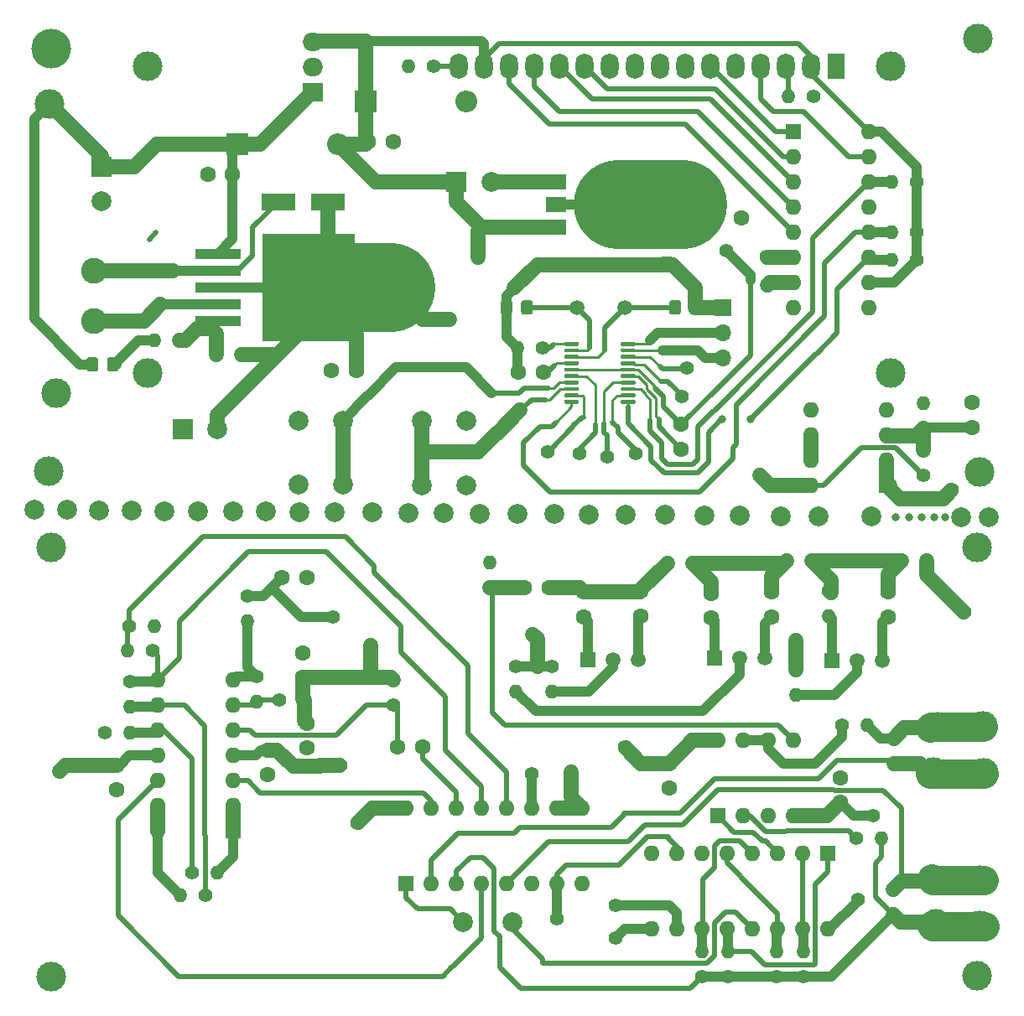
<source format=gbr>
%TF.GenerationSoftware,KiCad,Pcbnew,5.1.8-5.1.8*%
%TF.CreationDate,2021-09-03T20:09:13+08:00*%
%TF.ProjectId,lcr-1,6c63722d-312e-46b6-9963-61645f706362,rev?*%
%TF.SameCoordinates,Original*%
%TF.FileFunction,Copper,L1,Top*%
%TF.FilePolarity,Positive*%
%FSLAX46Y46*%
G04 Gerber Fmt 4.6, Leading zero omitted, Abs format (unit mm)*
G04 Created by KiCad (PCBNEW 5.1.8-5.1.8) date 2021-09-03 20:09:13*
%MOMM*%
%LPD*%
G01*
G04 APERTURE LIST*
%TA.AperFunction,ComponentPad*%
%ADD10C,3.000000*%
%TD*%
%TA.AperFunction,ComponentPad*%
%ADD11O,2.000000X1.905000*%
%TD*%
%TA.AperFunction,ComponentPad*%
%ADD12R,2.000000X1.905000*%
%TD*%
%TA.AperFunction,ComponentPad*%
%ADD13O,1.400000X1.400000*%
%TD*%
%TA.AperFunction,ComponentPad*%
%ADD14C,1.400000*%
%TD*%
%TA.AperFunction,ComponentPad*%
%ADD15O,1.800000X2.600000*%
%TD*%
%TA.AperFunction,ComponentPad*%
%ADD16R,1.800000X2.600000*%
%TD*%
%TA.AperFunction,ComponentPad*%
%ADD17O,1.600000X1.600000*%
%TD*%
%TA.AperFunction,ComponentPad*%
%ADD18R,1.600000X1.600000*%
%TD*%
%TA.AperFunction,ComponentPad*%
%ADD19C,1.600000*%
%TD*%
%TA.AperFunction,ComponentPad*%
%ADD20R,1.500000X1.500000*%
%TD*%
%TA.AperFunction,ComponentPad*%
%ADD21C,1.500000*%
%TD*%
%TA.AperFunction,SMDPad,CuDef*%
%ADD22R,2.000000X1.500000*%
%TD*%
%TA.AperFunction,SMDPad,CuDef*%
%ADD23R,2.000000X3.800000*%
%TD*%
%TA.AperFunction,SMDPad,CuDef*%
%ADD24R,9.400000X10.800000*%
%TD*%
%TA.AperFunction,SMDPad,CuDef*%
%ADD25R,4.600000X1.100000*%
%TD*%
%TA.AperFunction,ComponentPad*%
%ADD26C,2.000000*%
%TD*%
%TA.AperFunction,ComponentPad*%
%ADD27C,2.600000*%
%TD*%
%TA.AperFunction,ComponentPad*%
%ADD28O,1.700000X1.700000*%
%TD*%
%TA.AperFunction,ComponentPad*%
%ADD29R,1.700000X1.700000*%
%TD*%
%TA.AperFunction,ComponentPad*%
%ADD30O,2.200000X2.200000*%
%TD*%
%TA.AperFunction,ComponentPad*%
%ADD31R,2.200000X2.200000*%
%TD*%
%TA.AperFunction,SMDPad,CuDef*%
%ADD32R,3.500000X1.800000*%
%TD*%
%TA.AperFunction,ComponentPad*%
%ADD33R,2.000000X2.000000*%
%TD*%
%TA.AperFunction,ViaPad*%
%ADD34C,4.000000*%
%TD*%
%TA.AperFunction,ViaPad*%
%ADD35C,2.000000*%
%TD*%
%TA.AperFunction,ViaPad*%
%ADD36C,0.800000*%
%TD*%
%TA.AperFunction,ViaPad*%
%ADD37C,3.000000*%
%TD*%
%TA.AperFunction,Conductor*%
%ADD38C,0.500000*%
%TD*%
%TA.AperFunction,Conductor*%
%ADD39C,1.000000*%
%TD*%
%TA.AperFunction,Conductor*%
%ADD40C,1.500000*%
%TD*%
%TA.AperFunction,Conductor*%
%ADD41C,0.250000*%
%TD*%
%TA.AperFunction,Conductor*%
%ADD42C,9.000000*%
%TD*%
%TA.AperFunction,Conductor*%
%ADD43C,3.000000*%
%TD*%
G04 APERTURE END LIST*
D10*
%TO.P,J11,1*%
%TO.N,/Hp*%
X187830000Y-136660000D03*
%TD*%
%TO.P,J10,1*%
%TO.N,/Hc*%
X187760000Y-131960000D03*
%TD*%
%TO.P,J9,1*%
%TO.N,/Lp*%
X187470000Y-147500000D03*
%TD*%
%TO.P,J6,1*%
%TO.N,/Lc*%
X187480000Y-152090000D03*
%TD*%
D11*
%TO.P,U8,3*%
%TO.N,+5V*%
X120159780Y-62857380D03*
%TO.P,U8,2*%
%TO.N,GND*%
X120159780Y-65397380D03*
D12*
%TO.P,U8,1*%
%TO.N,+9V*%
X120159780Y-67937380D03*
%TD*%
D13*
%TO.P,R34,2*%
%TO.N,Net-(R33-Pad1)*%
X110410000Y-94420000D03*
D14*
%TO.P,R34,1*%
%TO.N,-5V*%
X112950000Y-94420000D03*
%TD*%
D13*
%TO.P,R33,2*%
%TO.N,Net-(C20-Pad1)*%
X104130000Y-92980000D03*
D14*
%TO.P,R33,1*%
%TO.N,Net-(R33-Pad1)*%
X106670000Y-92980000D03*
%TD*%
D13*
%TO.P,R19,2*%
%TO.N,Net-(Q3-Pad1)*%
X172240000Y-120850000D03*
D14*
%TO.P,R19,1*%
%TO.N,Net-(C13-Pad1)*%
X172240000Y-118310000D03*
%TD*%
%TO.P,C20,2*%
%TO.N,+9V*%
%TA.AperFunction,SMDPad,CuDef*%
G36*
G01*
X98460000Y-94935000D02*
X98460000Y-95885000D01*
G75*
G02*
X98210000Y-96135000I-250000J0D01*
G01*
X97535000Y-96135000D01*
G75*
G02*
X97285000Y-95885000I0J250000D01*
G01*
X97285000Y-94935000D01*
G75*
G02*
X97535000Y-94685000I250000J0D01*
G01*
X98210000Y-94685000D01*
G75*
G02*
X98460000Y-94935000I0J-250000D01*
G01*
G37*
%TD.AperFunction*%
%TO.P,C20,1*%
%TO.N,Net-(C20-Pad1)*%
%TA.AperFunction,SMDPad,CuDef*%
G36*
G01*
X100535000Y-94935000D02*
X100535000Y-95885000D01*
G75*
G02*
X100285000Y-96135000I-250000J0D01*
G01*
X99610000Y-96135000D01*
G75*
G02*
X99360000Y-95885000I0J250000D01*
G01*
X99360000Y-94935000D01*
G75*
G02*
X99610000Y-94685000I250000J0D01*
G01*
X100285000Y-94685000D01*
G75*
G02*
X100535000Y-94935000I0J-250000D01*
G01*
G37*
%TD.AperFunction*%
%TD*%
%TO.P,J12,1*%
%TO.N,+3V3*%
X161838640Y-83908900D03*
%TD*%
%TO.P,J40,1*%
%TO.N,shai_jian*%
X166027100Y-87393780D03*
%TD*%
%TO.P,J39,1*%
%TO.N,shuai_jian1*%
X165925500Y-84548980D03*
%TD*%
%TO.P,J38,1*%
%TO.N,+3V3*%
X157855920Y-79768700D03*
%TD*%
%TO.P,J37,1*%
%TO.N,+5V*%
X136794240Y-84696300D03*
%TD*%
%TO.P,J41,1*%
%TO.N,-5V*%
X133954520Y-90840560D03*
%TD*%
D10*
%TO.P,J36,1*%
%TO.N,GND*%
X94200980Y-98298000D03*
%TD*%
%TO.P,J35,1*%
%TO.N,+9V*%
X93543120Y-69121020D03*
%TD*%
D14*
%TO.P,J34,1*%
%TO.N,PA0_ADC*%
X122130820Y-120886220D03*
%TD*%
%TO.P,J33,1*%
%TO.N,shai_jian*%
X168876980Y-123248420D03*
%TD*%
%TO.P,J32,1*%
%TO.N,shuai_jian1*%
X142288260Y-122593100D03*
%TD*%
%TO.P,J31,1*%
%TO.N,/1.65V*%
X184670700Y-108046520D03*
%TD*%
%TO.P,J30,1*%
%TO.N,/1.65V*%
X125948440Y-123789440D03*
%TD*%
%TO.P,J29,1*%
%TO.N,SPWM*%
X185897520Y-120456960D03*
%TD*%
%TO.P,J28,1*%
%TO.N,+3V3*%
X165232080Y-106596180D03*
%TD*%
%TO.P,J27,1*%
%TO.N,+5V*%
X122905520Y-135892540D03*
%TD*%
%TO.P,J26,1*%
%TO.N,-5V*%
X94561660Y-136512300D03*
%TD*%
%TO.P,J25,1*%
%TO.N,PB1_CD4053_B_C*%
X146207480Y-136629140D03*
%TD*%
%TO.P,J24,1*%
%TO.N,PA6_CD4052_B*%
X150670000Y-153380000D03*
%TD*%
%TO.P,J23,1*%
%TO.N,PA6_CD4052_B*%
X152750000Y-104440000D03*
%TD*%
%TO.P,J22,1*%
%TO.N,PA9_CD4052_A*%
X157413960Y-98668840D03*
%TD*%
%TO.P,J21,1*%
%TO.N,PA3_CD4053_A*%
X143850360Y-104267000D03*
%TD*%
%TO.P,J20,1*%
%TO.N,PA9_CD4052_A*%
X150677880Y-150040340D03*
%TD*%
%TO.P,J19,1*%
%TO.N,SPWM*%
X157858460Y-95785940D03*
%TD*%
%TO.P,J18,1*%
%TO.N,PA3_CD4053_A*%
X142229840Y-136718040D03*
%TD*%
%TO.P,J17,1*%
%TO.N,-5V*%
X144762220Y-151363680D03*
%TD*%
%TO.P,J15,1*%
%TO.N,+5V*%
X124655580Y-141747240D03*
%TD*%
%TO.P,J14,1*%
%TO.N,PA0_ADC*%
X147043140Y-104376220D03*
%TD*%
%TO.P,J13,1*%
%TO.N,+5V*%
X175201580Y-149458680D03*
%TD*%
%TO.P,J8,1*%
%TO.N,+5V*%
X151655780Y-134081520D03*
%TD*%
%TO.P,J7,1*%
%TO.N,PB1_CD4053_B_C*%
X149877780Y-104744520D03*
%TD*%
D10*
%TO.P,J5,1*%
%TO.N,/Lc*%
X183020000Y-151950000D03*
%TD*%
%TO.P,J4,1*%
%TO.N,/Lp*%
X182900000Y-147490000D03*
%TD*%
%TO.P,J3,1*%
%TO.N,/Hp*%
X182800000Y-136610000D03*
%TD*%
%TO.P,J2,1*%
%TO.N,/Hc*%
X183180000Y-132010000D03*
%TD*%
D14*
%TO.P,J1,1*%
%TO.N,-5V*%
X176695100Y-140987780D03*
%TD*%
D10*
%TO.P,DS1,*%
%TO.N,*%
X103474000Y-65278000D03*
X103474520Y-96278700D03*
X178473100Y-96278700D03*
X178473100Y-65278000D03*
D15*
%TO.P,DS1,16*%
%TO.N,Net-(DS1-Pad16)*%
X134874000Y-65278000D03*
%TO.P,DS1,15*%
%TO.N,+5V*%
X137414000Y-65278000D03*
%TO.P,DS1,14*%
%TO.N,Net-(DS1-Pad14)*%
X139954000Y-65278000D03*
%TO.P,DS1,13*%
%TO.N,Net-(DS1-Pad13)*%
X142494000Y-65278000D03*
%TO.P,DS1,12*%
%TO.N,Net-(DS1-Pad12)*%
X145034000Y-65278000D03*
%TO.P,DS1,11*%
%TO.N,Net-(DS1-Pad11)*%
X147574000Y-65278000D03*
%TO.P,DS1,10*%
%TO.N,N/C*%
X150114000Y-65278000D03*
%TO.P,DS1,9*%
X152654000Y-65278000D03*
%TO.P,DS1,8*%
X155194000Y-65278000D03*
%TO.P,DS1,7*%
X157734000Y-65278000D03*
%TO.P,DS1,6*%
%TO.N,Net-(DS1-Pad6)*%
X160274000Y-65278000D03*
%TO.P,DS1,5*%
%TO.N,GND*%
X162814000Y-65278000D03*
%TO.P,DS1,4*%
%TO.N,Net-(DS1-Pad4)*%
X165354000Y-65278000D03*
%TO.P,DS1,3*%
%TO.N,Net-(DS1-Pad3)*%
X167894000Y-65278000D03*
%TO.P,DS1,2*%
%TO.N,+5V*%
X170434000Y-65278000D03*
D16*
%TO.P,DS1,1*%
%TO.N,GND*%
X172974000Y-65278000D03*
%TD*%
D13*
%TO.P,R16,2*%
%TO.N,Net-(C10-Pad1)*%
X167939980Y-115255040D03*
D14*
%TO.P,R16,1*%
%TO.N,Net-(C13-Pad1)*%
X170479980Y-115255040D03*
%TD*%
D17*
%TO.P,U6,8*%
%TO.N,+3V3*%
X170393360Y-107635040D03*
%TO.P,U6,4*%
%TO.N,GND*%
X178013360Y-100015040D03*
%TO.P,U6,7*%
%TO.N,Net-(U6-Pad6)*%
X170393360Y-105095040D03*
%TO.P,U6,3*%
%TO.N,Net-(C12-Pad1)*%
X178013360Y-102555040D03*
%TO.P,U6,6*%
%TO.N,Net-(U6-Pad6)*%
X170393360Y-102555040D03*
%TO.P,U6,2*%
%TO.N,/1.65V*%
X178013360Y-105095040D03*
%TO.P,U6,5*%
%TO.N,N/C*%
X170393360Y-100015040D03*
D18*
%TO.P,U6,1*%
%TO.N,/1.65V*%
X178013360Y-107635040D03*
%TD*%
D17*
%TO.P,U5,14*%
%TO.N,Net-(R13-Pad2)*%
X104444800Y-142534640D03*
%TO.P,U5,7*%
%TO.N,Net-(R28-Pad1)*%
X112064800Y-127294640D03*
%TO.P,U5,13*%
%TO.N,Net-(R13-Pad2)*%
X104444800Y-139994640D03*
%TO.P,U5,6*%
%TO.N,Net-(R27-Pad1)*%
X112064800Y-129834640D03*
%TO.P,U5,12*%
%TO.N,Net-(U3-Pad4)*%
X104444800Y-137454640D03*
%TO.P,U5,5*%
%TO.N,Net-(C14-Pad1)*%
X112064800Y-132374640D03*
%TO.P,U5,11*%
%TO.N,-5V*%
X104444800Y-134914640D03*
%TO.P,U5,4*%
%TO.N,+5V*%
X112064800Y-134914640D03*
%TO.P,U5,10*%
%TO.N,Net-(R12-Pad1)*%
X104444800Y-132374640D03*
%TO.P,U5,3*%
%TO.N,Net-(U3-Pad15)*%
X112064800Y-137454640D03*
%TO.P,U5,9*%
%TO.N,Net-(R13-Pad1)*%
X104444800Y-129834640D03*
%TO.P,U5,2*%
%TO.N,Net-(R12-Pad2)*%
X112064800Y-139994640D03*
%TO.P,U5,8*%
%TO.N,Net-(R15-Pad1)*%
X104444800Y-127294640D03*
D18*
%TO.P,U5,1*%
%TO.N,Net-(R12-Pad2)*%
X112064800Y-142534640D03*
%TD*%
D17*
%TO.P,U1,8*%
%TO.N,+5V*%
X160981160Y-133410400D03*
%TO.P,U1,4*%
%TO.N,-5V*%
X168601160Y-141030400D03*
%TO.P,U1,7*%
%TO.N,Net-(R4-Pad1)*%
X163521160Y-133410400D03*
%TO.P,U1,3*%
%TO.N,GND*%
X166061160Y-141030400D03*
%TO.P,U1,6*%
%TO.N,Net-(R4-Pad1)*%
X166061160Y-133410400D03*
%TO.P,U1,2*%
%TO.N,Net-(R9-Pad1)*%
X163521160Y-141030400D03*
%TO.P,U1,5*%
%TO.N,Net-(C7-Pad2)*%
X168601160Y-133410400D03*
D18*
%TO.P,U1,1*%
%TO.N,Net-(U1-Pad1)*%
X160981160Y-141030400D03*
%TD*%
D13*
%TO.P,R36,2*%
%TO.N,Net-(DS1-Pad3)*%
X168148000Y-68326000D03*
D14*
%TO.P,R36,1*%
%TO.N,GND*%
X170688000Y-68326000D03*
%TD*%
D13*
%TO.P,R35,2*%
%TO.N,GND*%
X129794000Y-65278000D03*
D14*
%TO.P,R35,1*%
%TO.N,Net-(DS1-Pad16)*%
X132334000Y-65278000D03*
%TD*%
D13*
%TO.P,R32,2*%
%TO.N,/PA7_SPI1_MOSI_74HC595_14_SER*%
X178562000Y-76962000D03*
D14*
%TO.P,R32,1*%
%TO.N,+5V*%
X181102000Y-76962000D03*
%TD*%
%TO.P,R31,1*%
%TO.N,+5V*%
X181102000Y-84836000D03*
D13*
%TO.P,R31,2*%
%TO.N,/PA5_SPI1_SCK_74HC595_11_SRCLK*%
X178562000Y-84836000D03*
%TD*%
%TO.P,R30,2*%
%TO.N,/PA4_SPI1_NSS_74HC595_12_RCLK*%
X178562000Y-82042000D03*
D14*
%TO.P,R30,1*%
%TO.N,+5V*%
X181102000Y-82042000D03*
%TD*%
D13*
%TO.P,R29,2*%
%TO.N,Net-(R28-Pad1)*%
X113558320Y-121381520D03*
D14*
%TO.P,R29,1*%
%TO.N,PA0_ADC*%
X113558320Y-118841520D03*
%TD*%
D13*
%TO.P,R26,2*%
%TO.N,Net-(Q1-Pad2)*%
X144277340Y-128440180D03*
D14*
%TO.P,R26,1*%
%TO.N,shuai_jian1*%
X144277340Y-125900180D03*
%TD*%
D13*
%TO.P,R25,2*%
%TO.N,Net-(Q2-Pad2)*%
X140609580Y-128435100D03*
D14*
%TO.P,R25,1*%
%TO.N,shuai_jian1*%
X140609580Y-125895100D03*
%TD*%
D13*
%TO.P,R28,2*%
%TO.N,Net-(R27-Pad1)*%
X114477800Y-129458720D03*
D14*
%TO.P,R28,1*%
%TO.N,Net-(R28-Pad1)*%
X114477800Y-126918720D03*
%TD*%
D13*
%TO.P,R27,2*%
%TO.N,/1.65V*%
X119253000Y-129326640D03*
D14*
%TO.P,R27,1*%
%TO.N,Net-(R27-Pad1)*%
X116713000Y-129326640D03*
%TD*%
D13*
%TO.P,R23,2*%
%TO.N,/1.65V*%
X128254760Y-127259080D03*
D14*
%TO.P,R23,1*%
%TO.N,Net-(C14-Pad1)*%
X128254760Y-129799080D03*
%TD*%
D13*
%TO.P,R24,2*%
%TO.N,Net-(Q3-Pad2)*%
X168856920Y-128821180D03*
D14*
%TO.P,R24,1*%
%TO.N,shai_jian*%
X168856920Y-126281180D03*
%TD*%
D13*
%TO.P,R22,2*%
%TO.N,GND*%
X181797960Y-99314000D03*
D14*
%TO.P,R22,1*%
%TO.N,Net-(C12-Pad1)*%
X181797960Y-101854000D03*
%TD*%
D13*
%TO.P,R21,2*%
%TO.N,Net-(C12-Pad1)*%
X181747160Y-104079040D03*
D14*
%TO.P,R21,1*%
%TO.N,+3V3*%
X181747160Y-106619040D03*
%TD*%
D13*
%TO.P,R18,2*%
%TO.N,GND*%
X104124760Y-121828560D03*
D14*
%TO.P,R18,1*%
%TO.N,Net-(R17-Pad2)*%
X101584760Y-121828560D03*
%TD*%
D13*
%TO.P,R17,2*%
%TO.N,Net-(R17-Pad2)*%
X101427280Y-124338080D03*
D14*
%TO.P,R17,1*%
%TO.N,Net-(R15-Pad1)*%
X103967280Y-124338080D03*
%TD*%
D13*
%TO.P,R15,2*%
%TO.N,Net-(R13-Pad1)*%
X101630480Y-130022600D03*
D14*
%TO.P,R15,1*%
%TO.N,Net-(R15-Pad1)*%
X101630480Y-127482600D03*
%TD*%
D13*
%TO.P,R14,2*%
%TO.N,Net-(R12-Pad1)*%
X101630480Y-132648960D03*
D14*
%TO.P,R14,1*%
%TO.N,GND*%
X99090480Y-132648960D03*
%TD*%
D13*
%TO.P,R20,2*%
%TO.N,Net-(C13-Pad1)*%
X179570640Y-115224560D03*
D14*
%TO.P,R20,1*%
%TO.N,SPWM*%
X182110640Y-115224560D03*
%TD*%
D13*
%TO.P,R12,2*%
%TO.N,Net-(R12-Pad2)*%
X110467140Y-146758660D03*
D14*
%TO.P,R12,1*%
%TO.N,Net-(R12-Pad1)*%
X107927140Y-146758660D03*
%TD*%
D13*
%TO.P,R13,2*%
%TO.N,Net-(R13-Pad2)*%
X106710480Y-149026880D03*
D14*
%TO.P,R13,1*%
%TO.N,Net-(R13-Pad1)*%
X109250480Y-149026880D03*
%TD*%
D13*
%TO.P,R11,2*%
%TO.N,Net-(C7-Pad1)*%
X155925780Y-115488720D03*
D14*
%TO.P,R11,1*%
%TO.N,Net-(C10-Pad1)*%
X158465780Y-115488720D03*
%TD*%
D13*
%TO.P,R10,2*%
%TO.N,GND*%
X138000000Y-115460000D03*
D14*
%TO.P,R10,1*%
%TO.N,Net-(C7-Pad2)*%
X138000000Y-118000000D03*
%TD*%
D13*
%TO.P,R9,2*%
%TO.N,/Lc*%
X177561240Y-143319500D03*
D14*
%TO.P,R9,1*%
%TO.N,Net-(R9-Pad1)*%
X175021240Y-143319500D03*
%TD*%
D13*
%TO.P,R8,2*%
%TO.N,Net-(R8-Pad2)*%
X159385000Y-154716480D03*
D14*
%TO.P,R8,1*%
%TO.N,/Lc*%
X159385000Y-157256480D03*
%TD*%
D13*
%TO.P,R7,2*%
%TO.N,Net-(R7-Pad2)*%
X169656760Y-154675840D03*
D14*
%TO.P,R7,1*%
%TO.N,/Lc*%
X169656760Y-157215840D03*
%TD*%
D13*
%TO.P,R6,2*%
%TO.N,/Lc*%
X178704240Y-150977600D03*
D14*
%TO.P,R6,1*%
%TO.N,/Lp*%
X178704240Y-148437600D03*
%TD*%
D13*
%TO.P,R5,2*%
%TO.N,/Hp*%
X178762000Y-135756660D03*
D14*
%TO.P,R5,1*%
%TO.N,/Hc*%
X178762000Y-133216660D03*
%TD*%
D13*
%TO.P,R4,2*%
%TO.N,/Hc*%
X176093120Y-131820920D03*
D14*
%TO.P,R4,1*%
%TO.N,Net-(R4-Pad1)*%
X173553120Y-131820920D03*
%TD*%
D13*
%TO.P,R3,2*%
%TO.N,GND*%
X140776960Y-93751400D03*
D14*
%TO.P,R3,1*%
%TO.N,Net-(R3-Pad1)*%
X143316960Y-93751400D03*
%TD*%
D13*
%TO.P,R2,2*%
%TO.N,Net-(R2-Pad2)*%
X166984680Y-154675840D03*
D14*
%TO.P,R2,1*%
%TO.N,/Lc*%
X166984680Y-157215840D03*
%TD*%
D13*
%TO.P,R1,2*%
%TO.N,Net-(R1-Pad2)*%
X161996120Y-154716480D03*
D14*
%TO.P,R1,1*%
%TO.N,/Lc*%
X161996120Y-157256480D03*
%TD*%
D19*
%TO.P,C13,2*%
%TO.N,GND*%
X178191420Y-120902100D03*
%TO.P,C13,1*%
%TO.N,Net-(C13-Pad1)*%
X178191420Y-118402100D03*
%TD*%
%TO.P,C11,2*%
%TO.N,GND*%
X166436300Y-120919880D03*
%TO.P,C11,1*%
%TO.N,Net-(C10-Pad1)*%
X166436300Y-118419880D03*
%TD*%
%TO.P,C9,2*%
%TO.N,GND*%
X153243540Y-120841140D03*
%TO.P,C9,1*%
%TO.N,Net-(C7-Pad1)*%
X153243540Y-118341140D03*
%TD*%
D20*
%TO.P,Q2,1*%
%TO.N,Net-(C10-Pad2)*%
X160642560Y-125082300D03*
D21*
%TO.P,Q2,3*%
%TO.N,GND*%
X165722560Y-125082300D03*
%TO.P,Q2,2*%
%TO.N,Net-(Q2-Pad2)*%
X163182560Y-125082300D03*
%TD*%
D19*
%TO.P,C8,2*%
%TO.N,Net-(C8-Pad2)*%
X147462500Y-120919880D03*
%TO.P,C8,1*%
%TO.N,Net-(C7-Pad1)*%
X147462500Y-118419880D03*
%TD*%
%TO.P,C18,2*%
%TO.N,GND*%
X119496840Y-134148200D03*
%TO.P,C18,1*%
%TO.N,/1.65V*%
X119496840Y-131648200D03*
%TD*%
%TO.P,C12,2*%
%TO.N,GND*%
X186644280Y-99287960D03*
%TO.P,C12,1*%
%TO.N,Net-(C12-Pad1)*%
X186644280Y-101787960D03*
%TD*%
D21*
%TO.P,Y1,2*%
%TO.N,Net-(C1-Pad1)*%
X146758000Y-89662000D03*
%TO.P,Y1,1*%
%TO.N,Net-(C2-Pad2)*%
X151638000Y-89662000D03*
%TD*%
D17*
%TO.P,U7,16*%
%TO.N,+5V*%
X176276000Y-71882000D03*
%TO.P,U7,8*%
%TO.N,GND*%
X168656000Y-89662000D03*
%TO.P,U7,15*%
%TO.N,Net-(DS1-Pad4)*%
X176276000Y-74422000D03*
%TO.P,U7,7*%
%TO.N,shai_jian*%
X168656000Y-87122000D03*
%TO.P,U7,14*%
%TO.N,/PA7_SPI1_MOSI_74HC595_14_SER*%
X176276000Y-76962000D03*
%TO.P,U7,6*%
%TO.N,shuai_jian1*%
X168656000Y-84582000D03*
%TO.P,U7,13*%
%TO.N,GND*%
X176276000Y-79502000D03*
%TO.P,U7,5*%
%TO.N,Net-(DS1-Pad14)*%
X168656000Y-82042000D03*
%TO.P,U7,12*%
%TO.N,/PA4_SPI1_NSS_74HC595_12_RCLK*%
X176276000Y-82042000D03*
%TO.P,U7,4*%
%TO.N,Net-(DS1-Pad13)*%
X168656000Y-79502000D03*
%TO.P,U7,11*%
%TO.N,/PA5_SPI1_SCK_74HC595_11_SRCLK*%
X176276000Y-84582000D03*
%TO.P,U7,3*%
%TO.N,Net-(DS1-Pad12)*%
X168656000Y-76962000D03*
%TO.P,U7,10*%
%TO.N,+5V*%
X176276000Y-87122000D03*
%TO.P,U7,2*%
%TO.N,Net-(DS1-Pad11)*%
X168656000Y-74422000D03*
%TO.P,U7,9*%
%TO.N,N/C*%
X176276000Y-89662000D03*
D18*
%TO.P,U7,1*%
%TO.N,Net-(DS1-Pad6)*%
X168656000Y-71882000D03*
%TD*%
D17*
%TO.P,U4,16*%
%TO.N,+5V*%
X172110400Y-152405080D03*
%TO.P,U4,8*%
%TO.N,GND*%
X154330400Y-144785080D03*
%TO.P,U4,15*%
%TO.N,Net-(R7-Pad2)*%
X169570400Y-152405080D03*
%TO.P,U4,7*%
%TO.N,-5V*%
X156870400Y-144785080D03*
%TO.P,U4,14*%
%TO.N,Net-(R2-Pad2)*%
X167030400Y-152405080D03*
%TO.P,U4,6*%
%TO.N,GND*%
X159410400Y-144785080D03*
%TO.P,U4,13*%
%TO.N,Net-(U3-Pad1)*%
X164490400Y-152405080D03*
%TO.P,U4,5*%
%TO.N,Net-(R2-Pad2)*%
X161950400Y-144785080D03*
%TO.P,U4,12*%
%TO.N,Net-(R1-Pad2)*%
X161950400Y-152405080D03*
%TO.P,U4,4*%
%TO.N,Net-(R8-Pad2)*%
X164490400Y-144785080D03*
%TO.P,U4,11*%
X159410400Y-152405080D03*
%TO.P,U4,3*%
%TO.N,Net-(U1-Pad1)*%
X167030400Y-144785080D03*
%TO.P,U4,10*%
%TO.N,PA9_CD4052_A*%
X156870400Y-152405080D03*
%TO.P,U4,2*%
%TO.N,Net-(R7-Pad2)*%
X169570400Y-144785080D03*
%TO.P,U4,9*%
%TO.N,PA6_CD4052_B*%
X154330400Y-152405080D03*
D18*
%TO.P,U4,1*%
%TO.N,Net-(R1-Pad2)*%
X172110400Y-144785080D03*
%TD*%
D22*
%TO.P,U9,1*%
%TO.N,GND*%
X144678000Y-76948000D03*
%TO.P,U9,3*%
%TO.N,+5V*%
X144678000Y-81548000D03*
%TO.P,U9,2*%
%TO.N,+3V3*%
X144678000Y-79248000D03*
D23*
X150978000Y-79248000D03*
%TD*%
%TO.P,U2,20*%
%TO.N,/CLK*%
%TA.AperFunction,SMDPad,CuDef*%
G36*
G01*
X151223000Y-93441000D02*
X151223000Y-93241000D01*
G75*
G02*
X151323000Y-93141000I100000J0D01*
G01*
X152598000Y-93141000D01*
G75*
G02*
X152698000Y-93241000I0J-100000D01*
G01*
X152698000Y-93441000D01*
G75*
G02*
X152598000Y-93541000I-100000J0D01*
G01*
X151323000Y-93541000D01*
G75*
G02*
X151223000Y-93441000I0J100000D01*
G01*
G37*
%TD.AperFunction*%
%TO.P,U2,19*%
%TO.N,/DIO*%
%TA.AperFunction,SMDPad,CuDef*%
G36*
G01*
X151223000Y-94091000D02*
X151223000Y-93891000D01*
G75*
G02*
X151323000Y-93791000I100000J0D01*
G01*
X152598000Y-93791000D01*
G75*
G02*
X152698000Y-93891000I0J-100000D01*
G01*
X152698000Y-94091000D01*
G75*
G02*
X152598000Y-94191000I-100000J0D01*
G01*
X151323000Y-94191000D01*
G75*
G02*
X151223000Y-94091000I0J100000D01*
G01*
G37*
%TD.AperFunction*%
%TO.P,U2,18*%
%TO.N,SPWM*%
%TA.AperFunction,SMDPad,CuDef*%
G36*
G01*
X151223000Y-94741000D02*
X151223000Y-94541000D01*
G75*
G02*
X151323000Y-94441000I100000J0D01*
G01*
X152598000Y-94441000D01*
G75*
G02*
X152698000Y-94541000I0J-100000D01*
G01*
X152698000Y-94741000D01*
G75*
G02*
X152598000Y-94841000I-100000J0D01*
G01*
X151323000Y-94841000D01*
G75*
G02*
X151223000Y-94741000I0J100000D01*
G01*
G37*
%TD.AperFunction*%
%TO.P,U2,17*%
%TO.N,PA9_CD4052_A*%
%TA.AperFunction,SMDPad,CuDef*%
G36*
G01*
X151223000Y-95391000D02*
X151223000Y-95191000D01*
G75*
G02*
X151323000Y-95091000I100000J0D01*
G01*
X152598000Y-95091000D01*
G75*
G02*
X152698000Y-95191000I0J-100000D01*
G01*
X152698000Y-95391000D01*
G75*
G02*
X152598000Y-95491000I-100000J0D01*
G01*
X151323000Y-95491000D01*
G75*
G02*
X151223000Y-95391000I0J100000D01*
G01*
G37*
%TD.AperFunction*%
%TO.P,U2,16*%
%TO.N,+3V3*%
%TA.AperFunction,SMDPad,CuDef*%
G36*
G01*
X151223000Y-96041000D02*
X151223000Y-95841000D01*
G75*
G02*
X151323000Y-95741000I100000J0D01*
G01*
X152598000Y-95741000D01*
G75*
G02*
X152698000Y-95841000I0J-100000D01*
G01*
X152698000Y-96041000D01*
G75*
G02*
X152598000Y-96141000I-100000J0D01*
G01*
X151323000Y-96141000D01*
G75*
G02*
X151223000Y-96041000I0J100000D01*
G01*
G37*
%TD.AperFunction*%
%TO.P,U2,15*%
%TO.N,GND*%
%TA.AperFunction,SMDPad,CuDef*%
G36*
G01*
X151223000Y-96691000D02*
X151223000Y-96491000D01*
G75*
G02*
X151323000Y-96391000I100000J0D01*
G01*
X152598000Y-96391000D01*
G75*
G02*
X152698000Y-96491000I0J-100000D01*
G01*
X152698000Y-96691000D01*
G75*
G02*
X152598000Y-96791000I-100000J0D01*
G01*
X151323000Y-96791000D01*
G75*
G02*
X151223000Y-96691000I0J100000D01*
G01*
G37*
%TD.AperFunction*%
%TO.P,U2,14*%
%TO.N,PB1_CD4053_B_C*%
%TA.AperFunction,SMDPad,CuDef*%
G36*
G01*
X151223000Y-97341000D02*
X151223000Y-97141000D01*
G75*
G02*
X151323000Y-97041000I100000J0D01*
G01*
X152598000Y-97041000D01*
G75*
G02*
X152698000Y-97141000I0J-100000D01*
G01*
X152698000Y-97341000D01*
G75*
G02*
X152598000Y-97441000I-100000J0D01*
G01*
X151323000Y-97441000D01*
G75*
G02*
X151223000Y-97341000I0J100000D01*
G01*
G37*
%TD.AperFunction*%
%TO.P,U2,13*%
%TO.N,/PA7_SPI1_MOSI_74HC595_14_SER*%
%TA.AperFunction,SMDPad,CuDef*%
G36*
G01*
X151223000Y-97991000D02*
X151223000Y-97791000D01*
G75*
G02*
X151323000Y-97691000I100000J0D01*
G01*
X152598000Y-97691000D01*
G75*
G02*
X152698000Y-97791000I0J-100000D01*
G01*
X152698000Y-97991000D01*
G75*
G02*
X152598000Y-98091000I-100000J0D01*
G01*
X151323000Y-98091000D01*
G75*
G02*
X151223000Y-97991000I0J100000D01*
G01*
G37*
%TD.AperFunction*%
%TO.P,U2,12*%
%TO.N,PA6_CD4052_B*%
%TA.AperFunction,SMDPad,CuDef*%
G36*
G01*
X151223000Y-98641000D02*
X151223000Y-98441000D01*
G75*
G02*
X151323000Y-98341000I100000J0D01*
G01*
X152598000Y-98341000D01*
G75*
G02*
X152698000Y-98441000I0J-100000D01*
G01*
X152698000Y-98641000D01*
G75*
G02*
X152598000Y-98741000I-100000J0D01*
G01*
X151323000Y-98741000D01*
G75*
G02*
X151223000Y-98641000I0J100000D01*
G01*
G37*
%TD.AperFunction*%
%TO.P,U2,11*%
%TO.N,/PA5_SPI1_SCK_74HC595_11_SRCLK*%
%TA.AperFunction,SMDPad,CuDef*%
G36*
G01*
X151223000Y-99291000D02*
X151223000Y-99091000D01*
G75*
G02*
X151323000Y-98991000I100000J0D01*
G01*
X152598000Y-98991000D01*
G75*
G02*
X152698000Y-99091000I0J-100000D01*
G01*
X152698000Y-99291000D01*
G75*
G02*
X152598000Y-99391000I-100000J0D01*
G01*
X151323000Y-99391000D01*
G75*
G02*
X151223000Y-99291000I0J100000D01*
G01*
G37*
%TD.AperFunction*%
%TO.P,U2,10*%
%TO.N,/PA4_SPI1_NSS_74HC595_12_RCLK*%
%TA.AperFunction,SMDPad,CuDef*%
G36*
G01*
X145498000Y-99291000D02*
X145498000Y-99091000D01*
G75*
G02*
X145598000Y-98991000I100000J0D01*
G01*
X146873000Y-98991000D01*
G75*
G02*
X146973000Y-99091000I0J-100000D01*
G01*
X146973000Y-99291000D01*
G75*
G02*
X146873000Y-99391000I-100000J0D01*
G01*
X145598000Y-99391000D01*
G75*
G02*
X145498000Y-99291000I0J100000D01*
G01*
G37*
%TD.AperFunction*%
%TO.P,U2,9*%
%TO.N,PA3_CD4053_A*%
%TA.AperFunction,SMDPad,CuDef*%
G36*
G01*
X145498000Y-98641000D02*
X145498000Y-98441000D01*
G75*
G02*
X145598000Y-98341000I100000J0D01*
G01*
X146873000Y-98341000D01*
G75*
G02*
X146973000Y-98441000I0J-100000D01*
G01*
X146973000Y-98641000D01*
G75*
G02*
X146873000Y-98741000I-100000J0D01*
G01*
X145598000Y-98741000D01*
G75*
G02*
X145498000Y-98641000I0J100000D01*
G01*
G37*
%TD.AperFunction*%
%TO.P,U2,8*%
%TO.N,Net-(SW2-Pad1)*%
%TA.AperFunction,SMDPad,CuDef*%
G36*
G01*
X145498000Y-97991000D02*
X145498000Y-97791000D01*
G75*
G02*
X145598000Y-97691000I100000J0D01*
G01*
X146873000Y-97691000D01*
G75*
G02*
X146973000Y-97791000I0J-100000D01*
G01*
X146973000Y-97991000D01*
G75*
G02*
X146873000Y-98091000I-100000J0D01*
G01*
X145598000Y-98091000D01*
G75*
G02*
X145498000Y-97991000I0J100000D01*
G01*
G37*
%TD.AperFunction*%
%TO.P,U2,7*%
%TO.N,Net-(SW1-Pad1)*%
%TA.AperFunction,SMDPad,CuDef*%
G36*
G01*
X145498000Y-97341000D02*
X145498000Y-97141000D01*
G75*
G02*
X145598000Y-97041000I100000J0D01*
G01*
X146873000Y-97041000D01*
G75*
G02*
X146973000Y-97141000I0J-100000D01*
G01*
X146973000Y-97341000D01*
G75*
G02*
X146873000Y-97441000I-100000J0D01*
G01*
X145598000Y-97441000D01*
G75*
G02*
X145498000Y-97341000I0J100000D01*
G01*
G37*
%TD.AperFunction*%
%TO.P,U2,6*%
%TO.N,PA0_ADC*%
%TA.AperFunction,SMDPad,CuDef*%
G36*
G01*
X145498000Y-96691000D02*
X145498000Y-96491000D01*
G75*
G02*
X145598000Y-96391000I100000J0D01*
G01*
X146873000Y-96391000D01*
G75*
G02*
X146973000Y-96491000I0J-100000D01*
G01*
X146973000Y-96691000D01*
G75*
G02*
X146873000Y-96791000I-100000J0D01*
G01*
X145598000Y-96791000D01*
G75*
G02*
X145498000Y-96691000I0J100000D01*
G01*
G37*
%TD.AperFunction*%
%TO.P,U2,5*%
%TO.N,+3V3*%
%TA.AperFunction,SMDPad,CuDef*%
G36*
G01*
X145498000Y-96041000D02*
X145498000Y-95841000D01*
G75*
G02*
X145598000Y-95741000I100000J0D01*
G01*
X146873000Y-95741000D01*
G75*
G02*
X146973000Y-95841000I0J-100000D01*
G01*
X146973000Y-96041000D01*
G75*
G02*
X146873000Y-96141000I-100000J0D01*
G01*
X145598000Y-96141000D01*
G75*
G02*
X145498000Y-96041000I0J100000D01*
G01*
G37*
%TD.AperFunction*%
%TO.P,U2,4*%
%TO.N,Net-(C5-Pad1)*%
%TA.AperFunction,SMDPad,CuDef*%
G36*
G01*
X145498000Y-95391000D02*
X145498000Y-95191000D01*
G75*
G02*
X145598000Y-95091000I100000J0D01*
G01*
X146873000Y-95091000D01*
G75*
G02*
X146973000Y-95191000I0J-100000D01*
G01*
X146973000Y-95391000D01*
G75*
G02*
X146873000Y-95491000I-100000J0D01*
G01*
X145598000Y-95491000D01*
G75*
G02*
X145498000Y-95391000I0J100000D01*
G01*
G37*
%TD.AperFunction*%
%TO.P,U2,3*%
%TO.N,Net-(C2-Pad2)*%
%TA.AperFunction,SMDPad,CuDef*%
G36*
G01*
X145498000Y-94741000D02*
X145498000Y-94541000D01*
G75*
G02*
X145598000Y-94441000I100000J0D01*
G01*
X146873000Y-94441000D01*
G75*
G02*
X146973000Y-94541000I0J-100000D01*
G01*
X146973000Y-94741000D01*
G75*
G02*
X146873000Y-94841000I-100000J0D01*
G01*
X145598000Y-94841000D01*
G75*
G02*
X145498000Y-94741000I0J100000D01*
G01*
G37*
%TD.AperFunction*%
%TO.P,U2,2*%
%TO.N,Net-(C1-Pad1)*%
%TA.AperFunction,SMDPad,CuDef*%
G36*
G01*
X145498000Y-94091000D02*
X145498000Y-93891000D01*
G75*
G02*
X145598000Y-93791000I100000J0D01*
G01*
X146873000Y-93791000D01*
G75*
G02*
X146973000Y-93891000I0J-100000D01*
G01*
X146973000Y-94091000D01*
G75*
G02*
X146873000Y-94191000I-100000J0D01*
G01*
X145598000Y-94191000D01*
G75*
G02*
X145498000Y-94091000I0J100000D01*
G01*
G37*
%TD.AperFunction*%
%TO.P,U2,1*%
%TO.N,Net-(R3-Pad1)*%
%TA.AperFunction,SMDPad,CuDef*%
G36*
G01*
X145498000Y-93441000D02*
X145498000Y-93241000D01*
G75*
G02*
X145598000Y-93141000I100000J0D01*
G01*
X146873000Y-93141000D01*
G75*
G02*
X146973000Y-93241000I0J-100000D01*
G01*
X146973000Y-93441000D01*
G75*
G02*
X146873000Y-93541000I-100000J0D01*
G01*
X145598000Y-93541000D01*
G75*
G02*
X145498000Y-93441000I0J100000D01*
G01*
G37*
%TD.AperFunction*%
%TD*%
D17*
%TO.P,U3,16*%
%TO.N,+5V*%
X129514600Y-140238480D03*
%TO.P,U3,8*%
%TO.N,GND*%
X147294600Y-147858480D03*
%TO.P,U3,15*%
%TO.N,Net-(U3-Pad15)*%
X132054600Y-140238480D03*
%TO.P,U3,7*%
%TO.N,-5V*%
X144754600Y-147858480D03*
%TO.P,U3,14*%
%TO.N,Net-(C14-Pad2)*%
X134594600Y-140238480D03*
%TO.P,U3,6*%
%TO.N,GND*%
X142214600Y-147858480D03*
%TO.P,U3,13*%
%TO.N,Net-(R15-Pad1)*%
X137134600Y-140238480D03*
%TO.P,U3,5*%
%TO.N,/Lp*%
X139674600Y-147858480D03*
%TO.P,U3,12*%
%TO.N,Net-(R17-Pad2)*%
X139674600Y-140238480D03*
%TO.P,U3,4*%
%TO.N,Net-(U3-Pad4)*%
X137134600Y-147858480D03*
%TO.P,U3,11*%
%TO.N,PA3_CD4053_A*%
X142214600Y-140238480D03*
%TO.P,U3,3*%
%TO.N,/Lc*%
X134594600Y-147858480D03*
%TO.P,U3,10*%
%TO.N,PB1_CD4053_B_C*%
X144754600Y-140238480D03*
%TO.P,U3,2*%
%TO.N,/Hp*%
X132054600Y-147858480D03*
%TO.P,U3,9*%
%TO.N,PB1_CD4053_B_C*%
X147294600Y-140238480D03*
D18*
%TO.P,U3,1*%
%TO.N,Net-(U3-Pad1)*%
X129514600Y-147858480D03*
%TD*%
D24*
%TO.P,U10,3*%
%TO.N,-5V*%
X119707000Y-87630000D03*
D25*
%TO.P,U10,5*%
%TO.N,Net-(R33-Pad1)*%
X110557000Y-91030000D03*
%TO.P,U10,4*%
%TO.N,GND*%
X110557000Y-89330000D03*
%TO.P,U10,3*%
%TO.N,-5V*%
X110557000Y-87630000D03*
%TO.P,U10,2*%
%TO.N,Net-(D2-Pad1)*%
X110557000Y-85930000D03*
%TO.P,U10,1*%
%TO.N,+9V*%
X110557000Y-84230000D03*
%TD*%
D26*
%TO.P,SW2,1*%
%TO.N,Net-(SW2-Pad1)*%
X131150360Y-107602160D03*
%TO.P,SW2,2*%
%TO.N,GND*%
X135650360Y-107602160D03*
%TO.P,SW2,1*%
%TO.N,Net-(SW2-Pad1)*%
X131150360Y-101102160D03*
%TO.P,SW2,2*%
%TO.N,GND*%
X135650360Y-101102160D03*
%TD*%
%TO.P,SW1,1*%
%TO.N,Net-(SW1-Pad1)*%
X123149360Y-101074080D03*
%TO.P,SW1,2*%
%TO.N,GND*%
X118649360Y-101074080D03*
%TO.P,SW1,1*%
%TO.N,Net-(SW1-Pad1)*%
X123149360Y-107574080D03*
%TO.P,SW1,2*%
%TO.N,GND*%
X118649360Y-107574080D03*
%TD*%
D20*
%TO.P,Q3,1*%
%TO.N,Net-(Q3-Pad1)*%
X172567860Y-125318520D03*
D21*
%TO.P,Q3,3*%
%TO.N,GND*%
X177647860Y-125318520D03*
%TO.P,Q3,2*%
%TO.N,Net-(Q3-Pad2)*%
X175107860Y-125318520D03*
%TD*%
D20*
%TO.P,Q1,1*%
%TO.N,Net-(C8-Pad2)*%
X147896840Y-125239780D03*
D21*
%TO.P,Q1,3*%
%TO.N,GND*%
X152976840Y-125239780D03*
%TO.P,Q1,2*%
%TO.N,Net-(Q1-Pad2)*%
X150436840Y-125239780D03*
%TD*%
D27*
%TO.P,L1,2*%
%TO.N,Net-(D2-Pad1)*%
X98000000Y-86000000D03*
%TO.P,L1,1*%
%TO.N,GND*%
X98000000Y-91000000D03*
%TD*%
D28*
%TO.P,J16,3*%
%TO.N,/DIO*%
X161544000Y-94742000D03*
%TO.P,J16,2*%
%TO.N,/CLK*%
X161544000Y-92202000D03*
D29*
%TO.P,J16,1*%
%TO.N,GND*%
X161544000Y-89662000D03*
%TD*%
D30*
%TO.P,D3,2*%
%TO.N,GND*%
X135636000Y-68834000D03*
D31*
%TO.P,D3,1*%
%TO.N,+5V*%
X125476000Y-68834000D03*
%TD*%
D30*
%TO.P,D1,2*%
%TO.N,+5V*%
X122682000Y-73152000D03*
D31*
%TO.P,D1,1*%
%TO.N,+9V*%
X112522000Y-73152000D03*
%TD*%
D32*
%TO.P,D2,2*%
%TO.N,-5V*%
X121626000Y-78994000D03*
%TO.P,D2,1*%
%TO.N,Net-(D2-Pad1)*%
X116626000Y-78994000D03*
%TD*%
D19*
%TO.P,C17,2*%
%TO.N,GND*%
X119151400Y-124535560D03*
%TO.P,C17,1*%
%TO.N,/1.65V*%
X119151400Y-127035560D03*
%TD*%
%TO.P,C25,2*%
%TO.N,GND*%
X163358200Y-80665320D03*
%TO.P,C25,1*%
%TO.N,+3V3*%
X160858200Y-80665320D03*
%TD*%
%TO.P,C19,2*%
%TO.N,GND*%
X119502560Y-116951760D03*
%TO.P,C19,1*%
%TO.N,PA0_ADC*%
X117002560Y-116951760D03*
%TD*%
%TO.P,C16,2*%
%TO.N,-5V*%
X100279200Y-135904600D03*
%TO.P,C16,1*%
%TO.N,GND*%
X100279200Y-138404600D03*
%TD*%
%TO.P,C15,2*%
%TO.N,+5V*%
X115590320Y-134367900D03*
%TO.P,C15,1*%
%TO.N,GND*%
X115590320Y-136867900D03*
%TD*%
%TO.P,C14,2*%
%TO.N,Net-(C14-Pad2)*%
X131206880Y-134086600D03*
%TO.P,C14,1*%
%TO.N,Net-(C14-Pad1)*%
X128706880Y-134086600D03*
%TD*%
%TO.P,C28,2*%
%TO.N,GND*%
%TA.AperFunction,SMDPad,CuDef*%
G36*
G01*
X155379400Y-84549400D02*
X156329400Y-84549400D01*
G75*
G02*
X156579400Y-84799400I0J-250000D01*
G01*
X156579400Y-85474400D01*
G75*
G02*
X156329400Y-85724400I-250000J0D01*
G01*
X155379400Y-85724400D01*
G75*
G02*
X155129400Y-85474400I0J250000D01*
G01*
X155129400Y-84799400D01*
G75*
G02*
X155379400Y-84549400I250000J0D01*
G01*
G37*
%TD.AperFunction*%
%TO.P,C28,1*%
%TO.N,+3V3*%
%TA.AperFunction,SMDPad,CuDef*%
G36*
G01*
X155379400Y-82474400D02*
X156329400Y-82474400D01*
G75*
G02*
X156579400Y-82724400I0J-250000D01*
G01*
X156579400Y-83399400D01*
G75*
G02*
X156329400Y-83649400I-250000J0D01*
G01*
X155379400Y-83649400D01*
G75*
G02*
X155129400Y-83399400I0J250000D01*
G01*
X155129400Y-82724400D01*
G75*
G02*
X155379400Y-82474400I250000J0D01*
G01*
G37*
%TD.AperFunction*%
%TD*%
%TO.P,C5,2*%
%TO.N,GND*%
X140873480Y-96205040D03*
%TO.P,C5,1*%
%TO.N,Net-(C5-Pad1)*%
X143373480Y-96205040D03*
%TD*%
%TO.P,C10,2*%
%TO.N,Net-(C10-Pad2)*%
X160365700Y-121024020D03*
%TO.P,C10,1*%
%TO.N,Net-(C10-Pad1)*%
X160365700Y-118524020D03*
%TD*%
%TO.P,C2,2*%
%TO.N,Net-(C2-Pad2)*%
%TA.AperFunction,SMDPad,CuDef*%
G36*
G01*
X157284000Y-89187000D02*
X157284000Y-90137000D01*
G75*
G02*
X157034000Y-90387000I-250000J0D01*
G01*
X156359000Y-90387000D01*
G75*
G02*
X156109000Y-90137000I0J250000D01*
G01*
X156109000Y-89187000D01*
G75*
G02*
X156359000Y-88937000I250000J0D01*
G01*
X157034000Y-88937000D01*
G75*
G02*
X157284000Y-89187000I0J-250000D01*
G01*
G37*
%TD.AperFunction*%
%TO.P,C2,1*%
%TO.N,GND*%
%TA.AperFunction,SMDPad,CuDef*%
G36*
G01*
X159359000Y-89187000D02*
X159359000Y-90137000D01*
G75*
G02*
X159109000Y-90387000I-250000J0D01*
G01*
X158434000Y-90387000D01*
G75*
G02*
X158184000Y-90137000I0J250000D01*
G01*
X158184000Y-89187000D01*
G75*
G02*
X158434000Y-88937000I250000J0D01*
G01*
X159109000Y-88937000D01*
G75*
G02*
X159359000Y-89187000I0J-250000D01*
G01*
G37*
%TD.AperFunction*%
%TD*%
%TO.P,C1,2*%
%TO.N,GND*%
%TA.AperFunction,SMDPad,CuDef*%
G36*
G01*
X140266000Y-89187000D02*
X140266000Y-90137000D01*
G75*
G02*
X140016000Y-90387000I-250000J0D01*
G01*
X139341000Y-90387000D01*
G75*
G02*
X139091000Y-90137000I0J250000D01*
G01*
X139091000Y-89187000D01*
G75*
G02*
X139341000Y-88937000I250000J0D01*
G01*
X140016000Y-88937000D01*
G75*
G02*
X140266000Y-89187000I0J-250000D01*
G01*
G37*
%TD.AperFunction*%
%TO.P,C1,1*%
%TO.N,Net-(C1-Pad1)*%
%TA.AperFunction,SMDPad,CuDef*%
G36*
G01*
X142341000Y-89187000D02*
X142341000Y-90137000D01*
G75*
G02*
X142091000Y-90387000I-250000J0D01*
G01*
X141416000Y-90387000D01*
G75*
G02*
X141166000Y-90137000I0J250000D01*
G01*
X141166000Y-89187000D01*
G75*
G02*
X141416000Y-88937000I250000J0D01*
G01*
X142091000Y-88937000D01*
G75*
G02*
X142341000Y-89187000I0J-250000D01*
G01*
G37*
%TD.AperFunction*%
%TD*%
D26*
%TO.P,C27,2*%
%TO.N,-5V*%
X110500000Y-102000000D03*
D33*
%TO.P,C27,1*%
%TO.N,GND*%
X107000000Y-102000000D03*
%TD*%
D26*
%TO.P,C26,2*%
%TO.N,GND*%
X138120000Y-76962000D03*
D33*
%TO.P,C26,1*%
%TO.N,+5V*%
X134620000Y-76962000D03*
%TD*%
D19*
%TO.P,C24,2*%
%TO.N,-5V*%
X124500000Y-96000000D03*
%TO.P,C24,1*%
%TO.N,GND*%
X122000000Y-96000000D03*
%TD*%
%TO.P,C23,2*%
%TO.N,GND*%
X128230000Y-72898000D03*
%TO.P,C23,1*%
%TO.N,+5V*%
X125730000Y-72898000D03*
%TD*%
D26*
%TO.P,C22,2*%
%TO.N,GND*%
X98806000Y-78938000D03*
D33*
%TO.P,C22,1*%
%TO.N,+9V*%
X98806000Y-75438000D03*
%TD*%
D19*
%TO.P,C21,2*%
%TO.N,GND*%
X109514000Y-76200000D03*
%TO.P,C21,1*%
%TO.N,+9V*%
X112014000Y-76200000D03*
%TD*%
%TO.P,C6,2*%
%TO.N,+3V3*%
X157332680Y-101462200D03*
%TO.P,C6,1*%
%TO.N,GND*%
X157332680Y-103962200D03*
%TD*%
%TO.P,C7,2*%
%TO.N,Net-(C7-Pad2)*%
X141500000Y-118000000D03*
%TO.P,C7,1*%
%TO.N,Net-(C7-Pad1)*%
X144000000Y-118000000D03*
%TD*%
%TO.P,C4,2*%
%TO.N,-5V*%
X173385480Y-139665080D03*
%TO.P,C4,1*%
%TO.N,GND*%
X173385480Y-137165080D03*
%TD*%
%TO.P,C3,2*%
%TO.N,+5V*%
X156128720Y-135706480D03*
%TO.P,C3,1*%
%TO.N,GND*%
X156128720Y-138206480D03*
%TD*%
D34*
%TO.N,GND*%
X93726000Y-63500000D03*
D35*
X92008960Y-110093760D03*
X95290640Y-110124240D03*
X98501200Y-110144560D03*
X101848920Y-110164880D03*
X105115360Y-110220760D03*
X108518960Y-110230920D03*
X112069880Y-110261400D03*
X115402360Y-110271560D03*
X118780560Y-110352840D03*
X122326400Y-110327440D03*
X126121160Y-110383320D03*
X129809240Y-110408720D03*
X133334760Y-110423960D03*
X136966960Y-110484920D03*
X140776960Y-110510320D03*
X144505680Y-110525560D03*
X147970240Y-110556040D03*
X151739600Y-110601760D03*
X155717240Y-110617000D03*
X159659320Y-110672880D03*
X163240720Y-110688120D03*
X167370760Y-110728760D03*
X171160440Y-110754160D03*
X176509680Y-110754160D03*
X185536840Y-110876080D03*
X188396880Y-110845600D03*
D36*
X178998880Y-110810040D03*
X180334920Y-110825280D03*
X181559200Y-110845600D03*
X182839360Y-110855760D03*
X183941720Y-110865920D03*
D37*
X187269120Y-62514480D03*
X187167520Y-113893600D03*
X187462160Y-106258360D03*
X93705680Y-157281880D03*
X93705680Y-113888520D03*
X93451680Y-106197400D03*
X187172600Y-157185360D03*
D36*
%TO.N,/PA5_SPI1_SCK_74HC595_11_SRCLK*%
X161411920Y-100965000D03*
X164305000Y-100965000D03*
D35*
%TO.N,Net-(U3-Pad1)*%
X140289280Y-151714200D03*
X135300720Y-151714200D03*
%TD*%
D38*
%TO.N,+5V*%
X170434000Y-66040000D02*
X176276000Y-71882000D01*
X170434000Y-65278000D02*
X170434000Y-66040000D01*
X137414000Y-65278000D02*
X137414000Y-64516000D01*
X137414000Y-64516000D02*
X138938000Y-62992000D01*
X138938000Y-62992000D02*
X169164000Y-62992000D01*
X170434000Y-64262000D02*
X170434000Y-65278000D01*
X169164000Y-62992000D02*
X170434000Y-64262000D01*
D39*
X176276000Y-71882000D02*
X177546000Y-71882000D01*
X181102000Y-75438000D02*
X181102000Y-76962000D01*
X177546000Y-71882000D02*
X181102000Y-75438000D01*
X181102000Y-76962000D02*
X181102000Y-84836000D01*
X178816000Y-87122000D02*
X181102000Y-84836000D01*
X176276000Y-87122000D02*
X178816000Y-87122000D01*
X137414000Y-62978000D02*
X137414000Y-65278000D01*
X137174000Y-62738000D02*
X137414000Y-62978000D01*
D40*
X125476000Y-68834000D02*
X125476000Y-62738000D01*
D39*
X125476000Y-62738000D02*
X137174000Y-62738000D01*
D40*
X125476000Y-62738000D02*
X120142000Y-62738000D01*
X125476000Y-72644000D02*
X125730000Y-72898000D01*
X125476000Y-68834000D02*
X125476000Y-72644000D01*
X125476000Y-73152000D02*
X125730000Y-72898000D01*
X122682000Y-73152000D02*
X125476000Y-73152000D01*
X126492000Y-76962000D02*
X122682000Y-73152000D01*
X134620000Y-76962000D02*
X126492000Y-76962000D01*
X144678000Y-81548000D02*
X137174000Y-81548000D01*
X134620000Y-78994000D02*
X134620000Y-76962000D01*
X137174000Y-81548000D02*
X134620000Y-78994000D01*
X158424800Y-133410400D02*
X157977520Y-133857680D01*
X160981160Y-133410400D02*
X158424800Y-133410400D01*
X157977520Y-133857680D02*
X156128720Y-135706480D01*
X153268040Y-135706480D02*
X151683720Y-134122160D01*
X156128720Y-135706480D02*
X153268040Y-135706480D01*
X136794240Y-81927760D02*
X137174000Y-81548000D01*
X136794240Y-84632800D02*
X136794240Y-81927760D01*
D39*
X172206920Y-152516840D02*
X175300640Y-149423120D01*
X115590320Y-134367900D02*
X114900080Y-134367900D01*
X114353340Y-134914640D02*
X112064800Y-134914640D01*
X114900080Y-134367900D02*
X114353340Y-134914640D01*
D38*
X154673940Y-135706480D02*
X156128720Y-135706480D01*
D40*
X126138940Y-140238480D02*
X124678440Y-141698980D01*
X129514600Y-140238480D02*
X126138940Y-140238480D01*
X122842020Y-135935720D02*
X120893840Y-135935720D01*
X120893840Y-135935720D02*
X120804940Y-136024620D01*
X120804940Y-136024620D02*
X118155720Y-136024620D01*
X116499000Y-134367900D02*
X115590320Y-134367900D01*
X118155720Y-136024620D02*
X116499000Y-134367900D01*
%TO.N,GND*%
X144664000Y-76962000D02*
X144678000Y-76948000D01*
X138120000Y-76962000D02*
X144664000Y-76962000D01*
X158771500Y-88937000D02*
X158750000Y-88915500D01*
X158771500Y-89662000D02*
X158771500Y-88937000D01*
X158750000Y-88915500D02*
X158750000Y-87630000D01*
X158750000Y-87630000D02*
X156464000Y-85344000D01*
X161544000Y-89662000D02*
X158771500Y-89662000D01*
D39*
X139678500Y-92652940D02*
X140776960Y-93751400D01*
X139678500Y-89662000D02*
X139678500Y-92652940D01*
X140776960Y-96108520D02*
X140873480Y-96205040D01*
X140776960Y-93751400D02*
X140776960Y-96108520D01*
D41*
X151960500Y-96591000D02*
X152918280Y-96591000D01*
X152918280Y-96591000D02*
X152938360Y-96591000D01*
X152938360Y-96591000D02*
X153827480Y-97480120D01*
X153827480Y-97480120D02*
X153827480Y-97861120D01*
X153827480Y-97861120D02*
X154183080Y-98216720D01*
X154183080Y-98216720D02*
X154183080Y-98226880D01*
X154183080Y-98226880D02*
X154797760Y-98841560D01*
X154797760Y-98841560D02*
X154797760Y-100670360D01*
X154797760Y-100670360D02*
X155067000Y-100939600D01*
D38*
X155067000Y-101696520D02*
X155067000Y-100939600D01*
X157332680Y-103962200D02*
X155067000Y-101696520D01*
D40*
X156464000Y-85344000D02*
X142824200Y-85344000D01*
X142824200Y-85344000D02*
X140477240Y-87690960D01*
D39*
X139678500Y-88489700D02*
X140477240Y-87690960D01*
X139678500Y-89662000D02*
X139678500Y-88489700D01*
X110557000Y-89330000D02*
X104742720Y-89330000D01*
D40*
X103072720Y-91000000D02*
X104742720Y-89330000D01*
X98000000Y-91000000D02*
X103072720Y-91000000D01*
D39*
X152976840Y-121107840D02*
X153243540Y-120841140D01*
X152976840Y-125239780D02*
X152976840Y-121107840D01*
X165722560Y-121633620D02*
X166436300Y-120919880D01*
X165722560Y-125082300D02*
X165722560Y-121633620D01*
X177647860Y-121445660D02*
X178191420Y-120902100D01*
X177647860Y-125318520D02*
X177647860Y-121445660D01*
D40*
%TO.N,-5V*%
X121626000Y-85711000D02*
X119707000Y-87630000D01*
X121626000Y-78994000D02*
X121626000Y-85711000D01*
D39*
X116307000Y-91030000D02*
X119707000Y-87630000D01*
X110557000Y-87630000D02*
X119707000Y-87630000D01*
D40*
X117546000Y-89791000D02*
X119707000Y-87630000D01*
X124206000Y-92129000D02*
X119707000Y-87630000D01*
D42*
X119707000Y-87630000D02*
X128016000Y-87630000D01*
X128016000Y-87630000D02*
X128016000Y-87630000D01*
D40*
X128016000Y-87630000D02*
X129758440Y-87630000D01*
X129758440Y-87630000D02*
X130233420Y-88104980D01*
X110500000Y-102000000D02*
X110500000Y-100500000D01*
X119707000Y-91293000D02*
X119707000Y-87630000D01*
X124500000Y-92423000D02*
X119707000Y-87630000D01*
X124500000Y-96000000D02*
X124500000Y-92423000D01*
X172020160Y-141030400D02*
X173385480Y-139665080D01*
X168601160Y-141030400D02*
X171394680Y-141030400D01*
X171394680Y-141030400D02*
X172020160Y-141030400D01*
X131226560Y-90840560D02*
X128016000Y-87630000D01*
X133929120Y-90840560D02*
X131226560Y-90840560D01*
D38*
X153873200Y-143103600D02*
X150992840Y-145983960D01*
X150992840Y-145983960D02*
X145729960Y-145983960D01*
X144754600Y-146959320D02*
X144754600Y-147858480D01*
X145729960Y-145983960D02*
X144754600Y-146959320D01*
D39*
X144754600Y-151404320D02*
X144866360Y-151516080D01*
X144754600Y-147858480D02*
X144754600Y-151404320D01*
X100279200Y-135904600D02*
X100627820Y-135904600D01*
X101617780Y-134914640D02*
X104444800Y-134914640D01*
X100627820Y-135904600D02*
X101617780Y-134914640D01*
D40*
X95151580Y-135904600D02*
X94589600Y-136466580D01*
X100279200Y-135904600D02*
X95151580Y-135904600D01*
D38*
X156870400Y-144785080D02*
X156870400Y-144063720D01*
X155508960Y-143103600D02*
X155864560Y-143103600D01*
X155991560Y-143103600D02*
X155508960Y-143103600D01*
X155508960Y-143103600D02*
X153873200Y-143103600D01*
X156870400Y-144109440D02*
X156870400Y-144785080D01*
X155864560Y-143103600D02*
X156870400Y-144109440D01*
D39*
X174708180Y-140987780D02*
X173385480Y-139665080D01*
X176695100Y-140987780D02*
X174708180Y-140987780D01*
D40*
X116355000Y-94645000D02*
X119707000Y-91293000D01*
X110500000Y-100500000D02*
X116355000Y-94645000D01*
X116130000Y-94420000D02*
X116355000Y-94645000D01*
X112950000Y-94420000D02*
X116130000Y-94420000D01*
D42*
%TO.N,+3V3*%
X150978000Y-79248000D02*
X157480000Y-79248000D01*
X157480000Y-79248000D02*
X157480000Y-79248000D01*
D41*
X146235500Y-95941000D02*
X151960500Y-95941000D01*
D38*
X157332680Y-101462200D02*
X155544520Y-99674040D01*
X155544520Y-99674040D02*
X155544520Y-98679000D01*
X155544520Y-98679000D02*
X154655520Y-97790000D01*
D41*
X151960500Y-95941000D02*
X152989400Y-95941000D01*
X154655520Y-97607120D02*
X154655520Y-97790000D01*
X152989400Y-95941000D02*
X154655520Y-97607120D01*
D38*
X157332680Y-101462200D02*
X161172520Y-97622360D01*
X161172520Y-97622360D02*
X161178240Y-97622360D01*
X157480000Y-80091280D02*
X157480000Y-79248000D01*
X161178240Y-97622360D02*
X164312600Y-94488000D01*
X164312600Y-94488000D02*
X164312600Y-86923880D01*
D39*
X164312600Y-86923880D02*
X164312600Y-86857840D01*
X164312600Y-86380320D02*
X161792920Y-83860640D01*
X164312600Y-86923880D02*
X164312600Y-86380320D01*
D40*
X166243000Y-107635040D02*
X165262560Y-106654600D01*
X170393360Y-107635040D02*
X166243000Y-107635040D01*
D38*
X178973159Y-103845039D02*
X175468601Y-103845039D01*
X181747160Y-106619040D02*
X178973159Y-103845039D01*
X171678600Y-107635040D02*
X170393360Y-107635040D01*
X175468601Y-103845039D02*
X171678600Y-107635040D01*
D39*
X144678000Y-79248000D02*
X150978000Y-79248000D01*
%TO.N,+9V*%
X120142000Y-67818000D02*
X120142000Y-68326000D01*
X112014000Y-73660000D02*
X112522000Y-73152000D01*
X112014000Y-76200000D02*
X112014000Y-73660000D01*
D40*
X98806000Y-75438000D02*
X98552000Y-75438000D01*
X98806000Y-75438000D02*
X102108000Y-75438000D01*
X104394000Y-73152000D02*
X112522000Y-73152000D01*
X102108000Y-75438000D02*
X104394000Y-73152000D01*
X114808000Y-73152000D02*
X120142000Y-67818000D01*
X112522000Y-73152000D02*
X114808000Y-73152000D01*
D39*
X112014000Y-82773000D02*
X110557000Y-84230000D01*
X112014000Y-76200000D02*
X112014000Y-82773000D01*
D40*
X98806000Y-74383900D02*
X93543120Y-69121020D01*
X98806000Y-75438000D02*
X98806000Y-74383900D01*
D39*
X97872500Y-95410000D02*
X96620000Y-95410000D01*
X96620000Y-95410000D02*
X91990000Y-90780000D01*
X91990000Y-70674140D02*
X93543120Y-69121020D01*
X91990000Y-90780000D02*
X91990000Y-70674140D01*
%TO.N,Net-(C20-Pad1)*%
X99947500Y-95410000D02*
X100080000Y-95410000D01*
D40*
%TO.N,/1.65V*%
X178013360Y-107635040D02*
X178353720Y-107635040D01*
X178013360Y-107635040D02*
X178013360Y-105095040D01*
X184597040Y-108173520D02*
X183794400Y-108976160D01*
X179354480Y-108976160D02*
X178013360Y-107635040D01*
X183794400Y-108976160D02*
X179354480Y-108976160D01*
X128031240Y-127035560D02*
X128254760Y-127259080D01*
X119151400Y-129225040D02*
X119253000Y-129326640D01*
X119151400Y-127035560D02*
X119151400Y-129225040D01*
X119253000Y-131404360D02*
X119496840Y-131648200D01*
X119253000Y-129326640D02*
X119253000Y-131404360D01*
X125948440Y-126573280D02*
X125486160Y-127035560D01*
X125948440Y-123789440D02*
X125948440Y-126573280D01*
X125486160Y-127035560D02*
X128031240Y-127035560D01*
X119151400Y-127035560D02*
X125486160Y-127035560D01*
D38*
%TO.N,Net-(DS1-Pad16)*%
X132334000Y-65278000D02*
X134874000Y-65278000D01*
%TO.N,Net-(DS1-Pad14)*%
X139954000Y-67078000D02*
X143996000Y-71120000D01*
X139954000Y-65278000D02*
X139954000Y-67078000D01*
X143996000Y-71120000D02*
X157734000Y-71120000D01*
X157734000Y-71120000D02*
X168656000Y-82042000D01*
%TO.N,Net-(DS1-Pad13)*%
X168656000Y-79502000D02*
X159004000Y-69850000D01*
X159004000Y-69850000D02*
X145034000Y-69850000D01*
X142494000Y-67310000D02*
X142494000Y-65278000D01*
X145034000Y-69850000D02*
X142494000Y-67310000D01*
%TO.N,Net-(DS1-Pad12)*%
X148336000Y-68580000D02*
X145034000Y-65278000D01*
X160274000Y-68580000D02*
X148336000Y-68580000D01*
X168656000Y-76962000D02*
X160274000Y-68580000D01*
%TO.N,Net-(DS1-Pad11)*%
X168656000Y-74422000D02*
X167640000Y-74422000D01*
X167640000Y-74422000D02*
X160782000Y-67564000D01*
X149860000Y-67564000D02*
X147574000Y-65278000D01*
X160782000Y-67564000D02*
X149860000Y-67564000D01*
%TO.N,Net-(DS1-Pad6)*%
X166878000Y-71882000D02*
X160274000Y-65278000D01*
X168656000Y-71882000D02*
X166878000Y-71882000D01*
%TO.N,Net-(DS1-Pad4)*%
X165354000Y-65278000D02*
X165354000Y-68580000D01*
X165354000Y-68580000D02*
X166624000Y-69850000D01*
X166624000Y-69850000D02*
X169672000Y-69850000D01*
X174244000Y-74422000D02*
X176276000Y-74422000D01*
X169672000Y-69850000D02*
X174244000Y-74422000D01*
%TO.N,Net-(DS1-Pad3)*%
X168148000Y-65532000D02*
X167894000Y-65278000D01*
X168148000Y-68326000D02*
X168148000Y-65532000D01*
D39*
%TO.N,/DIO*%
X161544000Y-94742000D02*
X159766000Y-94742000D01*
X159766000Y-94742000D02*
X159004000Y-93980000D01*
X159004000Y-93980000D02*
X155448000Y-93980000D01*
D41*
X155437000Y-93991000D02*
X155448000Y-93980000D01*
X151960500Y-93991000D02*
X155437000Y-93991000D01*
D39*
%TO.N,/CLK*%
X161544000Y-92202000D02*
X154940000Y-92202000D01*
X154940000Y-92202000D02*
X154178000Y-92964000D01*
D41*
X153801000Y-93341000D02*
X154178000Y-92964000D01*
X151960500Y-93341000D02*
X153801000Y-93341000D01*
D39*
%TO.N,Net-(Q1-Pad2)*%
X144277340Y-128440180D02*
X147993360Y-128440180D01*
X150436840Y-125996700D02*
X150436840Y-125239780D01*
X147993360Y-128440180D02*
X150436840Y-125996700D01*
%TO.N,Net-(Q2-Pad2)*%
X163182560Y-126725680D02*
X163182560Y-125082300D01*
X159471620Y-130436620D02*
X163182560Y-126725680D01*
X142611100Y-130436620D02*
X159471620Y-130436620D01*
X140609580Y-128435100D02*
X142611100Y-130436620D01*
%TO.N,Net-(R7-Pad2)*%
X169656760Y-152527000D02*
X169666920Y-152516840D01*
X169656760Y-154675840D02*
X169656760Y-152527000D01*
D38*
X169570400Y-144785080D02*
X169570400Y-152405080D01*
D39*
%TO.N,/PA4_SPI1_NSS_74HC595_12_RCLK*%
X178562000Y-82042000D02*
X176276000Y-82042000D01*
D38*
%TO.N,/PA5_SPI1_SCK_74HC595_11_SRCLK*%
X161411920Y-100965000D02*
X161411920Y-100965000D01*
X161391600Y-100965000D02*
X160086040Y-102270560D01*
X160086040Y-102270560D02*
X160086040Y-105298240D01*
X160086040Y-105298240D02*
X159014160Y-106370120D01*
X155860118Y-106370120D02*
X155844878Y-106354880D01*
X159014160Y-106370120D02*
X155860118Y-106370120D01*
X155844878Y-106354880D02*
X155569920Y-106354880D01*
X155569920Y-106354880D02*
X154269440Y-105054400D01*
X154269440Y-105054400D02*
X154269440Y-103698040D01*
X154269440Y-103698040D02*
X151947880Y-101376480D01*
X151947880Y-101376480D02*
X151947880Y-99654360D01*
D41*
X151960500Y-99641740D02*
X151947880Y-99654360D01*
X151960500Y-99191000D02*
X151960500Y-99641740D01*
D39*
X176530000Y-84836000D02*
X176276000Y-84582000D01*
X178562000Y-84836000D02*
X176530000Y-84836000D01*
D41*
%TO.N,/PA4_SPI1_NSS_74HC595_12_RCLK*%
X146235500Y-99191000D02*
X146235500Y-99712700D01*
X146235500Y-99712700D02*
X144683480Y-101264720D01*
D38*
X144277080Y-101676200D02*
X144277080Y-101676200D01*
%TO.N,/PA5_SPI1_SCK_74HC595_11_SRCLK*%
X161411920Y-100965000D02*
X161391600Y-100965000D01*
X173075600Y-87782400D02*
X176276000Y-84582000D01*
X173075600Y-92264400D02*
X173075600Y-87782400D01*
X171000000Y-94340000D02*
X173075600Y-92264400D01*
X170930000Y-94340000D02*
X171000000Y-94340000D01*
X164305000Y-100965000D02*
X170930000Y-94340000D01*
%TO.N,/PA4_SPI1_NSS_74HC595_12_RCLK*%
X171810680Y-85176360D02*
X174945040Y-82042000D01*
X144683480Y-101264720D02*
X144683480Y-101269800D01*
X144048480Y-108295440D02*
X159166560Y-108295440D01*
X144683480Y-101269800D02*
X144277080Y-101676200D01*
X144277080Y-101676200D02*
X143047720Y-101676200D01*
X174945040Y-82042000D02*
X176276000Y-82042000D01*
X162575240Y-103799002D02*
X162881070Y-103493172D01*
X171810680Y-90566240D02*
X171810680Y-85176360D01*
X141386560Y-103337360D02*
X141386560Y-105633520D01*
X143047720Y-101676200D02*
X141386560Y-103337360D01*
X141386560Y-105633520D02*
X144048480Y-108295440D01*
X159166560Y-108295440D02*
X162575240Y-104886760D01*
X162575240Y-104886760D02*
X162575240Y-103799002D01*
X162881070Y-103493172D02*
X162881070Y-99495850D01*
X162881070Y-99495850D02*
X171810680Y-90566240D01*
D39*
%TO.N,/PA7_SPI1_MOSI_74HC595_14_SER*%
X178562000Y-76962000D02*
X176276000Y-76962000D01*
D38*
X176276000Y-76962000D02*
X170591480Y-82646520D01*
X170591480Y-82646520D02*
X170591480Y-90129360D01*
X170591480Y-90129360D02*
X160655000Y-100065840D01*
D41*
X151960500Y-97891000D02*
X153025440Y-97891000D01*
X153025440Y-97891000D02*
X153029920Y-97886520D01*
X153029920Y-97886520D02*
X153243280Y-97886520D01*
D38*
X160655000Y-100065840D02*
X160609280Y-100065840D01*
X160609280Y-100065840D02*
X158953200Y-101721920D01*
X158953200Y-105034080D02*
X158496000Y-105491280D01*
X158953200Y-101721920D02*
X158953200Y-105034080D01*
D41*
X158496000Y-105491280D02*
X158607760Y-105491280D01*
D38*
X158496000Y-105491280D02*
X155971240Y-105491280D01*
X155971240Y-105491280D02*
X155371800Y-104891840D01*
X155371800Y-104891840D02*
X155371800Y-103317040D01*
X155371800Y-103317040D02*
X154203400Y-102148640D01*
X154203400Y-102148640D02*
X154203400Y-100995480D01*
D41*
X153243280Y-97886520D02*
X153243280Y-97917000D01*
X153733070Y-98406790D02*
X153733070Y-98523630D01*
X153243280Y-97917000D02*
X153733070Y-98406790D01*
X154203400Y-98993960D02*
X154203400Y-100995480D01*
X153733070Y-98523630D02*
X154203400Y-98993960D01*
%TO.N,Net-(SW1-Pad1)*%
X146235500Y-97241000D02*
X145008240Y-97241000D01*
X145008240Y-97241000D02*
X144408440Y-97840800D01*
D40*
X123149360Y-107574080D02*
X123149360Y-101074080D01*
D39*
X123149360Y-101074080D02*
X125646040Y-98577400D01*
X125646040Y-98577400D02*
X125674120Y-98577400D01*
X125674120Y-98577400D02*
X128524000Y-95727520D01*
X128524000Y-95727520D02*
X135615680Y-95727520D01*
X135615680Y-95727520D02*
X138191240Y-98303080D01*
D38*
X138191240Y-98303080D02*
X140619480Y-98303080D01*
X140619480Y-98303080D02*
X140975080Y-98303080D01*
X140975080Y-98303080D02*
X141427200Y-97850960D01*
X141427200Y-97850960D02*
X143916400Y-97850960D01*
D41*
X143926560Y-97840800D02*
X143916400Y-97850960D01*
X144408440Y-97840800D02*
X143926560Y-97840800D01*
%TO.N,Net-(SW2-Pad1)*%
X146235500Y-97891000D02*
X145354640Y-97891000D01*
X145354640Y-97891000D02*
X145348960Y-97896680D01*
D40*
X131150360Y-107602160D02*
X131150360Y-104287320D01*
X131150360Y-104287320D02*
X136768840Y-104287320D01*
X131150360Y-104287320D02*
X131150360Y-101102160D01*
X136768840Y-104287320D02*
X138704320Y-102351840D01*
X138704320Y-102351840D02*
X138719560Y-102351840D01*
X138719560Y-102351840D02*
X141020800Y-100050600D01*
D38*
X141020800Y-100050600D02*
X141157960Y-100050600D01*
X141157960Y-100050600D02*
X142240000Y-98968560D01*
X142240000Y-98968560D02*
X143652240Y-98968560D01*
D41*
X143997680Y-98968560D02*
X143652240Y-98968560D01*
X145075240Y-97891000D02*
X143997680Y-98968560D01*
X145354640Y-97891000D02*
X145075240Y-97891000D01*
D38*
%TO.N,Net-(C1-Pad1)*%
X141753500Y-89662000D02*
X146758000Y-89662000D01*
X146758000Y-89662000D02*
X148082000Y-90986000D01*
X148082000Y-90986000D02*
X148082000Y-93726000D01*
D41*
X147817000Y-93991000D02*
X148082000Y-93726000D01*
X146235500Y-93991000D02*
X147817000Y-93991000D01*
D40*
%TO.N,Net-(C7-Pad1)*%
X147042620Y-118000000D02*
X147462500Y-118419880D01*
X144000000Y-118000000D02*
X147042620Y-118000000D01*
X153164800Y-118419880D02*
X153243540Y-118341140D01*
X147462500Y-118419880D02*
X153164800Y-118419880D01*
X153243540Y-118170960D02*
X155925780Y-115488720D01*
X153243540Y-118341140D02*
X153243540Y-118170960D01*
%TO.N,Net-(C12-Pad1)*%
X181747160Y-101904800D02*
X181797960Y-101854000D01*
X181747160Y-104079040D02*
X181747160Y-101904800D01*
X181797960Y-101854000D02*
X181056280Y-102595680D01*
X178054000Y-102595680D02*
X178013360Y-102555040D01*
X181056280Y-102595680D02*
X178054000Y-102595680D01*
D39*
X181864000Y-101787960D02*
X181797960Y-101854000D01*
X186644280Y-101787960D02*
X181864000Y-101787960D01*
D38*
%TO.N,Net-(D2-Pad1)*%
X112517002Y-85930000D02*
X114046000Y-84401002D01*
X110557000Y-85930000D02*
X112517002Y-85930000D01*
X114046000Y-81574000D02*
X116626000Y-78994000D01*
X114046000Y-84401002D02*
X114046000Y-81574000D01*
D40*
X98000000Y-86000000D02*
X106000000Y-86000000D01*
D39*
X106070000Y-85930000D02*
X106000000Y-86000000D01*
X110557000Y-85930000D02*
X106070000Y-85930000D01*
%TO.N,Net-(Q3-Pad2)*%
X168856920Y-128821180D02*
X172809160Y-128821180D01*
X175107860Y-126522480D02*
X175107860Y-125318520D01*
X172809160Y-128821180D02*
X175107860Y-126522480D01*
%TO.N,Net-(R8-Pad2)*%
X159385000Y-152638760D02*
X159506920Y-152516840D01*
X159385000Y-154716480D02*
X159385000Y-152638760D01*
D38*
X159506920Y-147909280D02*
X159506920Y-152516840D01*
X159506920Y-147386040D02*
X159506920Y-147909280D01*
X160660401Y-144079281D02*
X160660401Y-146232559D01*
X160660401Y-146232559D02*
X159506920Y-147386040D01*
X161215472Y-143524210D02*
X160660401Y-144079281D01*
X163229530Y-143524210D02*
X161215472Y-143524210D01*
X164490400Y-144785080D02*
X163229530Y-143524210D01*
%TO.N,Net-(R9-Pad1)*%
X175021240Y-143319500D02*
X174228760Y-142527020D01*
X174228760Y-142527020D02*
X168000680Y-142527020D01*
X164250442Y-141030400D02*
X163521160Y-141030400D01*
X165841042Y-142621000D02*
X164250442Y-141030400D01*
X167906700Y-142621000D02*
X165841042Y-142621000D01*
X168000680Y-142527020D02*
X167906700Y-142621000D01*
D39*
%TO.N,Net-(R13-Pad2)*%
X104444800Y-146761200D02*
X106710480Y-149026880D01*
X104444800Y-142534640D02*
X104444800Y-146761200D01*
D40*
X104444800Y-139994640D02*
X104444800Y-142534640D01*
D38*
%TO.N,Net-(C2-Pad2)*%
X151638000Y-89662000D02*
X156696500Y-89662000D01*
X151638000Y-89662000D02*
X149606000Y-91694000D01*
X149606000Y-91694000D02*
X149606000Y-93980000D01*
D41*
X148945000Y-94641000D02*
X149606000Y-93980000D01*
X146235500Y-94641000D02*
X148945000Y-94641000D01*
D38*
%TO.N,Net-(C5-Pad1)*%
X143373480Y-96205040D02*
X143840200Y-96205040D01*
X143840200Y-96205040D02*
X144531080Y-95514160D01*
D41*
X144754240Y-95291000D02*
X144531080Y-95514160D01*
X146235500Y-95291000D02*
X144754240Y-95291000D01*
D40*
%TO.N,Net-(C7-Pad2)*%
X138000000Y-118000000D02*
X141500000Y-118000000D01*
D38*
X168601160Y-133410400D02*
X167077720Y-131886960D01*
X167077720Y-131886960D02*
X139542520Y-131886960D01*
X139542520Y-131886960D02*
X138267440Y-130611880D01*
X138267440Y-118267440D02*
X138000000Y-118000000D01*
X138267440Y-130611880D02*
X138267440Y-118267440D01*
D39*
%TO.N,Net-(C10-Pad2)*%
X160642560Y-121300880D02*
X160365700Y-121024020D01*
X160642560Y-125082300D02*
X160642560Y-121300880D01*
D40*
%TO.N,Net-(C10-Pad1)*%
X167706300Y-115488720D02*
X167939980Y-115255040D01*
X158465780Y-115488720D02*
X167706300Y-115488720D01*
X160365700Y-117388640D02*
X158465780Y-115488720D01*
X160365700Y-118524020D02*
X160365700Y-117388640D01*
X166436300Y-116758720D02*
X167939980Y-115255040D01*
X166436300Y-118419880D02*
X166436300Y-116758720D01*
D39*
%TO.N,Net-(Q3-Pad1)*%
X172567860Y-121100220D02*
X172415460Y-120947820D01*
X172567860Y-125318520D02*
X172567860Y-121100220D01*
D40*
%TO.N,Net-(C13-Pad1)*%
X179540160Y-115255040D02*
X179570640Y-115224560D01*
X170479980Y-115255040D02*
X179540160Y-115255040D01*
X178191420Y-116603780D02*
X179570640Y-115224560D01*
X178191420Y-118402100D02*
X178191420Y-116603780D01*
X172415460Y-117190520D02*
X170479980Y-115255040D01*
X172415460Y-118447820D02*
X172415460Y-117190520D01*
D39*
%TO.N,Net-(R1-Pad2)*%
X161996120Y-152567640D02*
X162046920Y-152516840D01*
X161996120Y-154716480D02*
X161996120Y-152567640D01*
D38*
X161996120Y-154716480D02*
X164419280Y-154716480D01*
X165768639Y-156065839D02*
X170720401Y-156065839D01*
X164419280Y-154716480D02*
X165768639Y-156065839D01*
X172110400Y-144785080D02*
X172110400Y-146659600D01*
X170860399Y-155925841D02*
X170720401Y-156065839D01*
X170860399Y-147909601D02*
X170860399Y-155925841D01*
X172110400Y-146659600D02*
X170860399Y-147909601D01*
D39*
%TO.N,Net-(R2-Pad2)*%
X166984680Y-152659080D02*
X167126920Y-152516840D01*
X166984680Y-154675840D02*
X166984680Y-152659080D01*
D38*
X167030400Y-152405080D02*
X167030400Y-150860760D01*
X167030400Y-150860760D02*
X163316920Y-147147280D01*
X163316920Y-147147280D02*
X163316920Y-147119340D01*
X161950400Y-145752820D02*
X161950400Y-144785080D01*
X163316920Y-147119340D02*
X161950400Y-145752820D01*
%TO.N,Net-(R3-Pad1)*%
X143316960Y-93751400D02*
X144114520Y-93751400D01*
X144114520Y-93751400D02*
X144454880Y-93411040D01*
D41*
X144524920Y-93341000D02*
X144454880Y-93411040D01*
X146235500Y-93341000D02*
X144524920Y-93341000D01*
D39*
%TO.N,Net-(R4-Pad1)*%
X173553120Y-131820920D02*
X173553120Y-133050280D01*
X173553120Y-133050280D02*
X170850560Y-135752840D01*
X170850560Y-135752840D02*
X167609520Y-135752840D01*
X166061160Y-134204480D02*
X166061160Y-133410400D01*
X167609520Y-135752840D02*
X166061160Y-134204480D01*
X166061160Y-133410400D02*
X163521160Y-133410400D01*
%TO.N,Net-(R13-Pad1)*%
X104256840Y-130022600D02*
X104444800Y-129834640D01*
X101630480Y-130022600D02*
X104256840Y-130022600D01*
D38*
X109220000Y-142951200D02*
X109220000Y-131907280D01*
X107147360Y-129834640D02*
X104444800Y-129834640D01*
X109220000Y-131907280D02*
X107147360Y-129834640D01*
X109250480Y-142981680D02*
X109220000Y-142951200D01*
X109250480Y-149026880D02*
X109250480Y-142981680D01*
%TO.N,Net-(R28-Pad1)*%
X114101880Y-127294640D02*
X114477800Y-126918720D01*
D39*
X113558320Y-125999240D02*
X114477800Y-126918720D01*
X113558320Y-121381520D02*
X113558320Y-125999240D01*
X112440720Y-126918720D02*
X112064800Y-127294640D01*
X114477800Y-126918720D02*
X112440720Y-126918720D01*
D38*
%TO.N,Net-(U1-Pad1)*%
X160981160Y-141030400D02*
X160981160Y-141286000D01*
X167030400Y-144785080D02*
X165818820Y-143573500D01*
X165818820Y-143573500D02*
X165473380Y-143573500D01*
X165473380Y-143573500D02*
X164604700Y-142704820D01*
X162655580Y-142704820D02*
X160981160Y-141030400D01*
X164604700Y-142704820D02*
X162655580Y-142704820D01*
%TO.N,Net-(U3-Pad15)*%
X113581180Y-137454640D02*
X112064800Y-137454640D01*
X114805460Y-138678920D02*
X113581180Y-137454640D01*
X131277360Y-138678920D02*
X114805460Y-138678920D01*
X132054600Y-139456160D02*
X131277360Y-138678920D01*
X132054600Y-140238480D02*
X132054600Y-139456160D01*
%TO.N,Net-(U3-Pad4)*%
X104444800Y-137454640D02*
X103007160Y-138892280D01*
X103007160Y-138892280D02*
X103002080Y-138892280D01*
X103002080Y-138892280D02*
X102420420Y-139473940D01*
X102420420Y-139473940D02*
X102420420Y-139484100D01*
X102420420Y-139484100D02*
X100492560Y-141411960D01*
X100492560Y-141411960D02*
X100492560Y-151102060D01*
X100492560Y-151102060D02*
X106619040Y-157228540D01*
X106619040Y-157228540D02*
X133235700Y-157228540D01*
X133235700Y-157228540D02*
X134208520Y-156255720D01*
X134208520Y-156255720D02*
X134233920Y-156255720D01*
X137134600Y-153355040D02*
X137134600Y-147858480D01*
X134233920Y-156255720D02*
X137134600Y-153355040D01*
%TO.N,Net-(U3-Pad1)*%
X158355681Y-155866481D02*
X158322042Y-155900120D01*
X143292599Y-155866481D02*
X158355681Y-155866481D01*
X143292599Y-155866481D02*
X143292599Y-155433799D01*
X143292599Y-155433799D02*
X140289280Y-152430480D01*
X140289280Y-152430480D02*
X140289280Y-151714200D01*
X140289280Y-151714200D02*
X139979400Y-151404320D01*
X140289280Y-151714200D02*
X140289280Y-151714200D01*
X134015480Y-150428960D02*
X135300720Y-151714200D01*
X129514600Y-149260560D02*
X130683000Y-150428960D01*
X130683000Y-150428960D02*
X134015480Y-150428960D01*
X129514600Y-147858480D02*
X129514600Y-149260560D01*
X162788600Y-150718520D02*
X164586920Y-152516840D01*
X161786958Y-150718520D02*
X162788600Y-150718520D01*
X160675320Y-151830158D02*
X161786958Y-150718520D01*
X160675320Y-155128162D02*
X160675320Y-151830158D01*
X159937001Y-155866481D02*
X160675320Y-155128162D01*
X158355681Y-155866481D02*
X159937001Y-155866481D01*
D40*
%TO.N,Net-(U6-Pad6)*%
X170393360Y-105095040D02*
X170393360Y-102555040D01*
D43*
%TO.N,/Lc*%
X182712360Y-152161240D02*
X182626000Y-152074880D01*
X187944760Y-152161240D02*
X182712360Y-152161240D01*
D40*
X178704240Y-150977600D02*
X179491640Y-151765000D01*
X182316120Y-151765000D02*
X182626000Y-152074880D01*
X179491640Y-151765000D02*
X182316120Y-151765000D01*
D39*
X169616120Y-157256480D02*
X169656760Y-157215840D01*
X172466000Y-157215840D02*
X178704240Y-150977600D01*
X169656760Y-157215840D02*
X172466000Y-157215840D01*
X159385000Y-157256480D02*
X169616120Y-157256480D01*
D38*
X158221680Y-158419800D02*
X159385000Y-157256480D01*
X141112240Y-158419800D02*
X158221680Y-158419800D01*
X141112240Y-158419800D02*
X140035280Y-157342840D01*
X140035280Y-157342840D02*
X138973560Y-156281120D01*
X138973560Y-156281120D02*
X138973560Y-153222960D01*
X138973560Y-153222960D02*
X138424599Y-152673999D01*
X138424599Y-152673999D02*
X138424599Y-146344319D01*
X138424599Y-146344319D02*
X137835640Y-145755360D01*
X137835640Y-145755360D02*
X137835640Y-145735040D01*
X137835640Y-145735040D02*
X137289540Y-145188940D01*
X137289540Y-145188940D02*
X136611360Y-145188940D01*
X136611360Y-145188940D02*
X136263380Y-145188940D01*
X134594600Y-147858480D02*
X134594600Y-146613880D01*
X136019540Y-145188940D02*
X136263380Y-145188940D01*
X134594600Y-146613880D02*
X136019540Y-145188940D01*
X177561240Y-143319500D02*
X177561240Y-145133060D01*
X177561240Y-145133060D02*
X176903380Y-145790920D01*
X176903380Y-149176740D02*
X178704240Y-150977600D01*
X176903380Y-145790920D02*
X176903380Y-149176740D01*
D40*
%TO.N,/Hc*%
X187727080Y-132035560D02*
X188534800Y-132035560D01*
D39*
X177488860Y-133216660D02*
X176093120Y-131820920D01*
X178762000Y-133216660D02*
X177488860Y-133216660D01*
D40*
X179847860Y-132130800D02*
X178762000Y-133216660D01*
X182432960Y-132130800D02*
X179847860Y-132130800D01*
D43*
X182529480Y-132034280D02*
X182432960Y-132130800D01*
X187797440Y-132034280D02*
X182529480Y-132034280D01*
D40*
%TO.N,/Hp*%
X187645800Y-136810760D02*
X188605920Y-136810760D01*
D43*
X187822840Y-136743440D02*
X182402480Y-136743440D01*
D40*
X181415700Y-135756660D02*
X182402480Y-136743440D01*
X178762000Y-135756660D02*
X181415700Y-135756660D01*
D38*
X132054600Y-145501360D02*
X132054600Y-147858480D01*
X134749540Y-142806420D02*
X132054600Y-145501360D01*
X160670240Y-137236200D02*
X157170120Y-140736320D01*
X171175680Y-137236200D02*
X160670240Y-137236200D01*
X173045120Y-135366760D02*
X171175680Y-137236200D01*
X178372100Y-135366760D02*
X173045120Y-135366760D01*
X157170120Y-140736320D02*
X151561800Y-140736320D01*
X178762000Y-135756660D02*
X178372100Y-135366760D01*
X134749540Y-142806420D02*
X140431520Y-142806420D01*
X140431520Y-142806420D02*
X141023340Y-142214600D01*
X141023340Y-142214600D02*
X150238460Y-142214600D01*
X151561800Y-140891260D02*
X151561800Y-140736320D01*
X150238460Y-142214600D02*
X151561800Y-140891260D01*
D43*
%TO.N,/Lp*%
X182681880Y-147487640D02*
X182570120Y-147375880D01*
X187843160Y-147487640D02*
X182681880Y-147487640D01*
D40*
X178704240Y-148437600D02*
X179532280Y-147609560D01*
X182336440Y-147609560D02*
X182570120Y-147375880D01*
X179532280Y-147609560D02*
X182336440Y-147609560D01*
D38*
X139674600Y-147858480D02*
X143931640Y-143601440D01*
X143931640Y-143601440D02*
X152003760Y-143601440D01*
X152003760Y-143601440D02*
X153690320Y-141914880D01*
X153690320Y-141914880D02*
X157449520Y-141914880D01*
X157449520Y-141914880D02*
X160995360Y-138369040D01*
X172785478Y-138415080D02*
X177678400Y-138415080D01*
X172739438Y-138369040D02*
X172785478Y-138415080D01*
X160995360Y-138369040D02*
X172739438Y-138369040D01*
X179532280Y-140268960D02*
X179532280Y-147609560D01*
X177678400Y-138415080D02*
X179532280Y-140268960D01*
D41*
%TO.N,PA0_ADC*%
X146235500Y-96591000D02*
X147761840Y-96591000D01*
X147761840Y-96591000D02*
X148681440Y-97510600D01*
X148681440Y-97510600D02*
X148681440Y-101488240D01*
D38*
X148681440Y-102311200D02*
X148681440Y-101488240D01*
X146954240Y-104038400D02*
X148681440Y-102311200D01*
D39*
X113558320Y-118841520D02*
X115112800Y-118841520D01*
X118971060Y-120898920D02*
X116013230Y-117941090D01*
X122270520Y-120898920D02*
X118971060Y-120898920D01*
X116013230Y-117941090D02*
X117002560Y-116951760D01*
X115112800Y-118841520D02*
X116013230Y-117941090D01*
D41*
%TO.N,SPWM*%
X151960500Y-94641000D02*
X154198920Y-94641000D01*
X154198920Y-94641000D02*
X155188920Y-95631000D01*
D40*
X182110640Y-116715800D02*
X185826400Y-120431560D01*
X182110640Y-115224560D02*
X182110640Y-116715800D01*
D38*
X155458160Y-95900240D02*
X155188920Y-95631000D01*
X157881320Y-95900240D02*
X155458160Y-95900240D01*
D40*
%TO.N,shai_jian*%
X168856920Y-123334520D02*
X168889680Y-123301760D01*
X168856920Y-126281180D02*
X168856920Y-123334520D01*
X166293800Y-87122000D02*
X166004240Y-87411560D01*
X168656000Y-87122000D02*
X166293800Y-87122000D01*
D39*
%TO.N,shuai_jian1*%
X144272260Y-125895100D02*
X144277340Y-125900180D01*
X140609580Y-125895100D02*
X142104900Y-125895100D01*
D40*
X142821660Y-123151900D02*
X142331440Y-122661680D01*
X142821660Y-125895100D02*
X142821660Y-123151900D01*
D39*
X142104900Y-125895100D02*
X142821660Y-125895100D01*
X142821660Y-125895100D02*
X144272260Y-125895100D01*
D40*
X165999160Y-84582000D02*
X165989000Y-84571840D01*
X168656000Y-84582000D02*
X165999160Y-84582000D01*
D41*
%TO.N,PA9_CD4052_A*%
X152601550Y-95415990D02*
X153592150Y-95415990D01*
X152476560Y-95291000D02*
X152601550Y-95415990D01*
X151960500Y-95291000D02*
X152476560Y-95291000D01*
X153592150Y-95415990D02*
X155300680Y-97124520D01*
D38*
X155950920Y-97124520D02*
X155300680Y-97124520D01*
X157424120Y-98597720D02*
X155950920Y-97124520D01*
D39*
X156870400Y-152405080D02*
X156870400Y-150774400D01*
X156136340Y-150040340D02*
X150677880Y-150040340D01*
X156870400Y-150774400D02*
X156136340Y-150040340D01*
D41*
%TO.N,PB1_CD4053_B_C*%
X151960500Y-97241000D02*
X150429320Y-97241000D01*
X150429320Y-97241000D02*
X149504400Y-98165920D01*
X149504400Y-98165920D02*
X149504400Y-101356160D01*
D38*
X149819360Y-104063800D02*
X149819360Y-102590600D01*
X149504400Y-102275640D02*
X149504400Y-101356160D01*
X149819360Y-102590600D02*
X149504400Y-102275640D01*
D40*
X144754600Y-140238480D02*
X147294600Y-140238480D01*
X146207480Y-139151360D02*
X147294600Y-140238480D01*
X146207480Y-136629140D02*
X146207480Y-139151360D01*
D41*
%TO.N,PA6_CD4052_B*%
X151960500Y-98541000D02*
X150826040Y-98541000D01*
X150826040Y-98541000D02*
X150393400Y-98973640D01*
X150393400Y-98973640D02*
X150393400Y-101259640D01*
D38*
X152735280Y-104063800D02*
X150931880Y-102260400D01*
X150931880Y-101798120D02*
X150393400Y-101259640D01*
X150931880Y-102260400D02*
X150931880Y-101798120D01*
D39*
X151655780Y-152405080D02*
X150715980Y-153344880D01*
X154330400Y-152405080D02*
X151655780Y-152405080D01*
D41*
%TO.N,PA3_CD4053_A*%
X146235500Y-98541000D02*
X147346240Y-98541000D01*
X147346240Y-98541000D02*
X147357240Y-98552000D01*
X147357240Y-98552000D02*
X147360640Y-98552000D01*
X147360640Y-98552000D02*
X147507960Y-98699320D01*
D38*
X144084040Y-104063800D02*
X146410680Y-101737160D01*
X146410680Y-101737160D02*
X146410680Y-101660960D01*
X146410680Y-101660960D02*
X147284440Y-100787200D01*
X147284440Y-100787200D02*
X147507960Y-100787200D01*
D41*
X147507960Y-98699320D02*
X147507960Y-100787200D01*
D39*
X142214600Y-136733280D02*
X142229840Y-136718040D01*
X142214600Y-140238480D02*
X142214600Y-136733280D01*
%TO.N,Net-(C8-Pad2)*%
X147896840Y-121354220D02*
X147462500Y-120919880D01*
X147896840Y-125239780D02*
X147896840Y-121354220D01*
D38*
%TO.N,Net-(C14-Pad2)*%
X134594600Y-140238480D02*
X134594600Y-138638280D01*
X131206880Y-135250560D02*
X131206880Y-134086600D01*
X134594600Y-138638280D02*
X131206880Y-135250560D01*
%TO.N,Net-(C14-Pad1)*%
X128706880Y-130251200D02*
X128254760Y-129799080D01*
X128706880Y-134086600D02*
X128706880Y-130251200D01*
X128254760Y-129799080D02*
X125562360Y-129799080D01*
X122463240Y-132898200D02*
X114302860Y-132898200D01*
X125562360Y-129799080D02*
X122463240Y-132898200D01*
X113779300Y-132374640D02*
X112064800Y-132374640D01*
X114302860Y-132898200D02*
X113779300Y-132374640D01*
D39*
%TO.N,Net-(R12-Pad2)*%
X112064800Y-145161000D02*
X110467140Y-146758660D01*
X112064800Y-142534640D02*
X112064800Y-145161000D01*
D40*
X112064800Y-139994640D02*
X112064800Y-142534640D01*
D39*
%TO.N,Net-(R12-Pad1)*%
X104170480Y-132648960D02*
X104444800Y-132374640D01*
X101630480Y-132648960D02*
X104170480Y-132648960D01*
D38*
X107927140Y-146758660D02*
X107927140Y-135232140D01*
X105069640Y-132374640D02*
X104444800Y-132374640D01*
X107927140Y-135232140D02*
X105069640Y-132374640D01*
D39*
%TO.N,Net-(R15-Pad1)*%
X104256840Y-127482600D02*
X104444800Y-127294640D01*
X101630480Y-127482600D02*
X104256840Y-127482600D01*
D38*
X104444800Y-124815600D02*
X103967280Y-124338080D01*
X104444800Y-127294640D02*
X104444800Y-124815600D01*
X128998980Y-124444760D02*
X128998980Y-121889520D01*
X128998980Y-121889520D02*
X121455180Y-114345720D01*
X121455180Y-114345720D02*
X113609120Y-114345720D01*
X113609120Y-114345720D02*
X106634280Y-121320560D01*
X106634280Y-125105160D02*
X104444800Y-127294640D01*
X106634280Y-121320560D02*
X106634280Y-125105160D01*
X137134600Y-140238480D02*
X137134600Y-138043920D01*
X137134600Y-138043920D02*
X133499860Y-134409180D01*
X133499860Y-128945640D02*
X128998980Y-124444760D01*
X133499860Y-134409180D02*
X133499860Y-128945640D01*
%TO.N,Net-(R17-Pad2)*%
X101427280Y-121986040D02*
X101584760Y-121828560D01*
X101427280Y-124338080D02*
X101427280Y-121986040D01*
X139674600Y-140238480D02*
X139674600Y-136629140D01*
X139674600Y-136629140D02*
X135780780Y-132735320D01*
X135780780Y-132735320D02*
X135780780Y-125859540D01*
X135780780Y-125859540D02*
X126334520Y-116413280D01*
X126334520Y-116413280D02*
X126334520Y-115768120D01*
X126334520Y-115768120D02*
X123398280Y-112831880D01*
X123398280Y-112831880D02*
X109014260Y-112831880D01*
X101584760Y-120261380D02*
X101584760Y-121828560D01*
X109014260Y-112831880D02*
X101584760Y-120261380D01*
%TO.N,Net-(R27-Pad1)*%
X114101880Y-129834640D02*
X114477800Y-129458720D01*
X112064800Y-129834640D02*
X114101880Y-129834640D01*
X114609880Y-129326640D02*
X114477800Y-129458720D01*
X116713000Y-129326640D02*
X114609880Y-129326640D01*
D40*
%TO.N,Net-(R33-Pad1)*%
X109920000Y-91800000D02*
X110410000Y-92290000D01*
X108420000Y-91800000D02*
X109920000Y-91800000D01*
X107240000Y-92980000D02*
X108420000Y-91800000D01*
X110410000Y-92290000D02*
X110410000Y-94420000D01*
X106670000Y-92980000D02*
X107240000Y-92980000D01*
D38*
%TO.N,Net-(C21-Pad1)*%
X103580000Y-82840000D02*
X104320000Y-82100000D01*
D39*
%TO.N,Net-(C20-Pad1)*%
X99947500Y-95410000D02*
X100320000Y-95410000D01*
X99947500Y-95410000D02*
X100070000Y-95410000D01*
X102500000Y-92980000D02*
X104130000Y-92980000D01*
X100070000Y-95410000D02*
X102500000Y-92980000D01*
%TD*%
M02*

</source>
